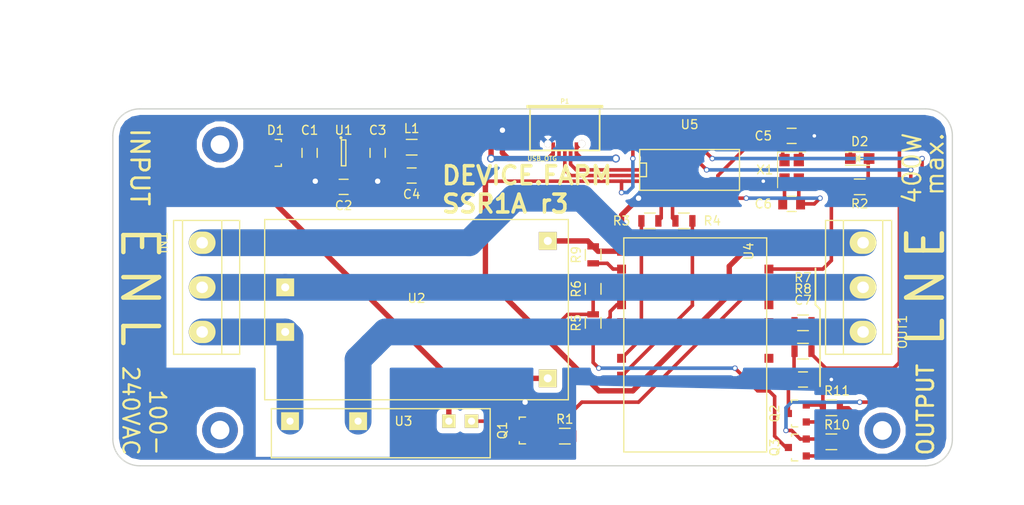
<source format=kicad_pcb>
(kicad_pcb (version 4) (host pcbnew 4.0.6-e0-6349~53~ubuntu16.04.1)

  (general
    (links 74)
    (no_connects 0)
    (area 90.924999 69.924999 185.075001 110.075001)
    (thickness 1.6)
    (drawings 34)
    (tracks 274)
    (zones 0)
    (modules 33)
    (nets 34)
  )

  (page A4)
  (layers
    (0 F.Cu signal)
    (31 B.Cu signal)
    (32 B.Adhes user)
    (33 F.Adhes user)
    (34 B.Paste user)
    (35 F.Paste user)
    (36 B.SilkS user)
    (37 F.SilkS user)
    (38 B.Mask user)
    (39 F.Mask user)
    (40 Dwgs.User user)
    (41 Cmts.User user)
    (42 Eco1.User user)
    (43 Eco2.User user)
    (44 Edge.Cuts user)
    (45 Margin user)
    (46 B.CrtYd user)
    (47 F.CrtYd user)
    (48 B.Fab user hide)
    (49 F.Fab user hide)
  )

  (setup
    (last_trace_width 0.4)
    (user_trace_width 0.6)
    (user_trace_width 3)
    (trace_clearance 0.2)
    (zone_clearance 0.6)
    (zone_45_only yes)
    (trace_min 0.2)
    (segment_width 0.2)
    (edge_width 0.15)
    (via_size 0.6)
    (via_drill 0.4)
    (via_min_size 0.4)
    (via_min_drill 0.3)
    (user_via 0.9 0.6)
    (user_via 3 1)
    (user_via 4 2.1)
    (uvia_size 0.3)
    (uvia_drill 0.1)
    (uvias_allowed no)
    (uvia_min_size 0.2)
    (uvia_min_drill 0.1)
    (pcb_text_width 0.3)
    (pcb_text_size 1.5 1.5)
    (mod_edge_width 0.15)
    (mod_text_size 1 1)
    (mod_text_width 0.15)
    (pad_size 1.524 1.524)
    (pad_drill 0.762)
    (pad_to_mask_clearance 0.2)
    (aux_axis_origin 138 90)
    (visible_elements FFFFEF7F)
    (pcbplotparams
      (layerselection 0x00030_ffffffff)
      (usegerberextensions false)
      (excludeedgelayer true)
      (linewidth 0.100000)
      (plotframeref false)
      (viasonmask false)
      (mode 1)
      (useauxorigin false)
      (hpglpennumber 1)
      (hpglpenspeed 20)
      (hpglpendiameter 15)
      (hpglpenoverlay 2)
      (psnegative false)
      (psa4output false)
      (plotreference true)
      (plotvalue true)
      (plotinvisibletext false)
      (padsonsilk false)
      (subtractmaskfromsilk false)
      (outputformat 1)
      (mirror false)
      (drillshape 1)
      (scaleselection 1)
      (outputdirectory ""))
  )

  (net 0 "")
  (net 1 GND)
  (net 2 /5V-MAINS)
  (net 3 "Net-(Q1-Pad1)")
  (net 4 "Net-(Q1-Pad3)")
  (net 5 /SW)
  (net 6 /MAINS-N)
  (net 7 "Net-(C2-Pad1)")
  (net 8 "Net-(Q2-Pad1)")
  (net 9 "Net-(Q3-Pad1)")
  (net 10 "Net-(R3-Pad2)")
  (net 11 "Net-(C5-Pad1)")
  (net 12 "Net-(C6-Pad1)")
  (net 13 "Net-(D2-Pad2)")
  (net 14 /LED)
  (net 15 "Net-(R4-Pad2)")
  (net 16 /ESP/5V)
  (net 17 VCC)
  (net 18 /ESP/RESET)
  (net 19 /ESP/5V-USB)
  (net 20 /MAINS-E)
  (net 21 /MAINS-L-I)
  (net 22 /MAINS-L-O)
  (net 23 /ESP/D-)
  (net 24 /ESP/D+)
  (net 25 /ESP/RTS)
  (net 26 /ESP/DTR)
  (net 27 /ESP/GPIO0)
  (net 28 /ESP/RX)
  (net 29 /ESP/TX)
  (net 30 /ESP/GPIO2)
  (net 31 /ESP/EN)
  (net 32 /ESP/GPIO15)
  (net 33 "Net-(C3-Pad1)")

  (net_class Default "This is the default net class."
    (clearance 0.2)
    (trace_width 0.4)
    (via_dia 0.6)
    (via_drill 0.4)
    (uvia_dia 0.3)
    (uvia_drill 0.1)
    (add_net /5V-MAINS)
    (add_net /ESP/5V)
    (add_net /ESP/5V-USB)
    (add_net /ESP/D+)
    (add_net /ESP/D-)
    (add_net /ESP/DTR)
    (add_net /ESP/EN)
    (add_net /ESP/GPIO0)
    (add_net /ESP/GPIO15)
    (add_net /ESP/GPIO2)
    (add_net /ESP/RESET)
    (add_net /ESP/RTS)
    (add_net /ESP/RX)
    (add_net /ESP/TX)
    (add_net /LED)
    (add_net /MAINS-E)
    (add_net /MAINS-L-I)
    (add_net /MAINS-L-O)
    (add_net /MAINS-N)
    (add_net /SW)
    (add_net GND)
    (add_net "Net-(C2-Pad1)")
    (add_net "Net-(C3-Pad1)")
    (add_net "Net-(C5-Pad1)")
    (add_net "Net-(C6-Pad1)")
    (add_net "Net-(D2-Pad2)")
    (add_net "Net-(Q1-Pad1)")
    (add_net "Net-(Q1-Pad3)")
    (add_net "Net-(Q2-Pad1)")
    (add_net "Net-(Q3-Pad1)")
    (add_net "Net-(R3-Pad2)")
    (add_net "Net-(R4-Pad2)")
    (add_net VCC)
  )

  (module Capacitors_SMD:C_0805 (layer F.Cu) (tedit 577E6DC3) (tstamp 5761722E)
    (at 113.03 74.93 270)
    (descr "Capacitor SMD 0805, reflow soldering, AVX (see smccp.pdf)")
    (tags "capacitor 0805")
    (path /5777AEFB/5777B242)
    (attr smd)
    (fp_text reference C1 (at -2.54 0 360) (layer F.SilkS)
      (effects (font (size 1 1) (thickness 0.15)))
    )
    (fp_text value 1u (at 0 2.1 270) (layer F.Fab)
      (effects (font (size 1 1) (thickness 0.15)))
    )
    (fp_line (start -1.8 -1) (end 1.8 -1) (layer F.CrtYd) (width 0.05))
    (fp_line (start -1.8 1) (end 1.8 1) (layer F.CrtYd) (width 0.05))
    (fp_line (start -1.8 -1) (end -1.8 1) (layer F.CrtYd) (width 0.05))
    (fp_line (start 1.8 -1) (end 1.8 1) (layer F.CrtYd) (width 0.05))
    (fp_line (start 0.5 -0.85) (end -0.5 -0.85) (layer F.SilkS) (width 0.15))
    (fp_line (start -0.5 0.85) (end 0.5 0.85) (layer F.SilkS) (width 0.15))
    (pad 1 smd rect (at -1 0 270) (size 1 1.25) (layers F.Cu F.Paste F.Mask)
      (net 16 /ESP/5V))
    (pad 2 smd rect (at 1 0 270) (size 1 1.25) (layers F.Cu F.Paste F.Mask)
      (net 1 GND))
    (model Capacitors_SMD.3dshapes/C_0805.wrl
      (at (xyz 0 0 0))
      (scale (xyz 1 1 1))
      (rotate (xyz 0 0 0))
    )
  )

  (module Capacitors_SMD:C_0805 (layer F.Cu) (tedit 577E6DCF) (tstamp 57617234)
    (at 120.65 74.93 270)
    (descr "Capacitor SMD 0805, reflow soldering, AVX (see smccp.pdf)")
    (tags "capacitor 0805")
    (path /5777AEFB/5777B248)
    (attr smd)
    (fp_text reference C3 (at -2.54 0 360) (layer F.SilkS)
      (effects (font (size 1 1) (thickness 0.15)))
    )
    (fp_text value 47u (at 0 2.1 270) (layer F.Fab)
      (effects (font (size 1 1) (thickness 0.15)))
    )
    (fp_line (start -1.8 -1) (end 1.8 -1) (layer F.CrtYd) (width 0.05))
    (fp_line (start -1.8 1) (end 1.8 1) (layer F.CrtYd) (width 0.05))
    (fp_line (start -1.8 -1) (end -1.8 1) (layer F.CrtYd) (width 0.05))
    (fp_line (start 1.8 -1) (end 1.8 1) (layer F.CrtYd) (width 0.05))
    (fp_line (start 0.5 -0.85) (end -0.5 -0.85) (layer F.SilkS) (width 0.15))
    (fp_line (start -0.5 0.85) (end 0.5 0.85) (layer F.SilkS) (width 0.15))
    (pad 1 smd rect (at -1 0 270) (size 1 1.25) (layers F.Cu F.Paste F.Mask)
      (net 33 "Net-(C3-Pad1)"))
    (pad 2 smd rect (at 1 0 270) (size 1 1.25) (layers F.Cu F.Paste F.Mask)
      (net 1 GND))
    (model Capacitors_SMD.3dshapes/C_0805.wrl
      (at (xyz 0 0 0))
      (scale (xyz 1 1 1))
      (rotate (xyz 0 0 0))
    )
  )

  (module Capacitors_SMD:C_0805 (layer F.Cu) (tedit 5415D6EA) (tstamp 5761723A)
    (at 116.84 78.74 180)
    (descr "Capacitor SMD 0805, reflow soldering, AVX (see smccp.pdf)")
    (tags "capacitor 0805")
    (path /5777AEFB/5777B243)
    (attr smd)
    (fp_text reference C2 (at 0 -2.1 180) (layer F.SilkS)
      (effects (font (size 1 1) (thickness 0.15)))
    )
    (fp_text value 22n (at 0 2.1 180) (layer F.Fab)
      (effects (font (size 1 1) (thickness 0.15)))
    )
    (fp_line (start -1.8 -1) (end 1.8 -1) (layer F.CrtYd) (width 0.05))
    (fp_line (start -1.8 1) (end 1.8 1) (layer F.CrtYd) (width 0.05))
    (fp_line (start -1.8 -1) (end -1.8 1) (layer F.CrtYd) (width 0.05))
    (fp_line (start 1.8 -1) (end 1.8 1) (layer F.CrtYd) (width 0.05))
    (fp_line (start 0.5 -0.85) (end -0.5 -0.85) (layer F.SilkS) (width 0.15))
    (fp_line (start -0.5 0.85) (end 0.5 0.85) (layer F.SilkS) (width 0.15))
    (pad 1 smd rect (at -1 0 180) (size 1 1.25) (layers F.Cu F.Paste F.Mask)
      (net 7 "Net-(C2-Pad1)"))
    (pad 2 smd rect (at 1 0 180) (size 1 1.25) (layers F.Cu F.Paste F.Mask)
      (net 1 GND))
    (model Capacitors_SMD.3dshapes/C_0805.wrl
      (at (xyz 0 0 0))
      (scale (xyz 1 1 1))
      (rotate (xyz 0 0 0))
    )
  )

  (module TO_SOT_Packages_SMD:SOT-23 (layer F.Cu) (tedit 579133DD) (tstamp 57617241)
    (at 109.22 74.93 270)
    (descr "SOT-23, Standard")
    (tags SOT-23)
    (path /5777AEFB/579135F5)
    (attr smd)
    (fp_text reference D1 (at -2.54 0 360) (layer F.SilkS)
      (effects (font (size 1 1) (thickness 0.15)))
    )
    (fp_text value BAT54C (at 0 2.3 270) (layer F.Fab)
      (effects (font (size 1 1) (thickness 0.15)))
    )
    (fp_line (start -1.65 -1.6) (end 1.65 -1.6) (layer F.CrtYd) (width 0.05))
    (fp_line (start 1.65 -1.6) (end 1.65 1.6) (layer F.CrtYd) (width 0.05))
    (fp_line (start 1.65 1.6) (end -1.65 1.6) (layer F.CrtYd) (width 0.05))
    (fp_line (start -1.65 1.6) (end -1.65 -1.6) (layer F.CrtYd) (width 0.05))
    (fp_line (start 1.29916 -0.65024) (end 1.2509 -0.65024) (layer F.SilkS) (width 0.15))
    (fp_line (start -1.49982 0.0508) (end -1.49982 -0.65024) (layer F.SilkS) (width 0.15))
    (fp_line (start -1.49982 -0.65024) (end -1.2509 -0.65024) (layer F.SilkS) (width 0.15))
    (fp_line (start 1.29916 -0.65024) (end 1.49982 -0.65024) (layer F.SilkS) (width 0.15))
    (fp_line (start 1.49982 -0.65024) (end 1.49982 0.0508) (layer F.SilkS) (width 0.15))
    (pad 1 smd rect (at -0.95 1.00076 270) (size 0.8001 0.8001) (layers F.Cu F.Paste F.Mask)
      (net 19 /ESP/5V-USB))
    (pad 2 smd rect (at 0.95 1.00076 270) (size 0.8001 0.8001) (layers F.Cu F.Paste F.Mask)
      (net 2 /5V-MAINS))
    (pad 3 smd rect (at 0 -0.99822 270) (size 0.8001 0.8001) (layers F.Cu F.Paste F.Mask)
      (net 16 /ESP/5V))
    (model TO_SOT_Packages_SMD.3dshapes/SOT-23.wrl
      (at (xyz 0 0 0))
      (scale (xyz 1 1 1))
      (rotate (xyz 0 0 0))
    )
  )

  (module TO_SOT_Packages_SMD:SOT-23 (layer F.Cu) (tedit 577E6E5D) (tstamp 57617248)
    (at 137.16 106.045 90)
    (descr "SOT-23, Standard")
    (tags SOT-23)
    (path /57616111)
    (attr smd)
    (fp_text reference Q1 (at 0 -2.54 270) (layer F.SilkS)
      (effects (font (size 1 1) (thickness 0.15)))
    )
    (fp_text value MMBT3904 (at 0 2.3 90) (layer F.Fab)
      (effects (font (size 1 1) (thickness 0.15)))
    )
    (fp_line (start -1.65 -1.6) (end 1.65 -1.6) (layer F.CrtYd) (width 0.05))
    (fp_line (start 1.65 -1.6) (end 1.65 1.6) (layer F.CrtYd) (width 0.05))
    (fp_line (start 1.65 1.6) (end -1.65 1.6) (layer F.CrtYd) (width 0.05))
    (fp_line (start -1.65 1.6) (end -1.65 -1.6) (layer F.CrtYd) (width 0.05))
    (fp_line (start 1.29916 -0.65024) (end 1.2509 -0.65024) (layer F.SilkS) (width 0.15))
    (fp_line (start -1.49982 0.0508) (end -1.49982 -0.65024) (layer F.SilkS) (width 0.15))
    (fp_line (start -1.49982 -0.65024) (end -1.2509 -0.65024) (layer F.SilkS) (width 0.15))
    (fp_line (start 1.29916 -0.65024) (end 1.49982 -0.65024) (layer F.SilkS) (width 0.15))
    (fp_line (start 1.49982 -0.65024) (end 1.49982 0.0508) (layer F.SilkS) (width 0.15))
    (pad 1 smd rect (at -0.95 1.00076 90) (size 0.8001 0.8001) (layers F.Cu F.Paste F.Mask)
      (net 3 "Net-(Q1-Pad1)"))
    (pad 2 smd rect (at 0.95 1.00076 90) (size 0.8001 0.8001) (layers F.Cu F.Paste F.Mask)
      (net 1 GND))
    (pad 3 smd rect (at 0 -0.99822 90) (size 0.8001 0.8001) (layers F.Cu F.Paste F.Mask)
      (net 4 "Net-(Q1-Pad3)"))
    (model TO_SOT_Packages_SMD.3dshapes/SOT-23.wrl
      (at (xyz 0 0 0))
      (scale (xyz 1 1 1))
      (rotate (xyz 0 0 0))
    )
  )

  (module Resistors_SMD:R_0805 (layer F.Cu) (tedit 577E6DF5) (tstamp 5761724E)
    (at 141.605 106.68)
    (descr "Resistor SMD 0805, reflow soldering, Vishay (see dcrcw.pdf)")
    (tags "resistor 0805")
    (path /5761638C)
    (attr smd)
    (fp_text reference R1 (at 0 -1.905) (layer F.SilkS)
      (effects (font (size 1 1) (thickness 0.15)))
    )
    (fp_text value 1k5 (at 0 2.1) (layer F.Fab)
      (effects (font (size 1 1) (thickness 0.15)))
    )
    (fp_line (start -1.6 -1) (end 1.6 -1) (layer F.CrtYd) (width 0.05))
    (fp_line (start -1.6 1) (end 1.6 1) (layer F.CrtYd) (width 0.05))
    (fp_line (start -1.6 -1) (end -1.6 1) (layer F.CrtYd) (width 0.05))
    (fp_line (start 1.6 -1) (end 1.6 1) (layer F.CrtYd) (width 0.05))
    (fp_line (start 0.6 0.875) (end -0.6 0.875) (layer F.SilkS) (width 0.15))
    (fp_line (start -0.6 -0.875) (end 0.6 -0.875) (layer F.SilkS) (width 0.15))
    (pad 1 smd rect (at -0.95 0) (size 0.7 1.3) (layers F.Cu F.Paste F.Mask)
      (net 3 "Net-(Q1-Pad1)"))
    (pad 2 smd rect (at 0.95 0) (size 0.7 1.3) (layers F.Cu F.Paste F.Mask)
      (net 5 /SW))
    (model Resistors_SMD.3dshapes/R_0805.wrl
      (at (xyz 0 0 0))
      (scale (xyz 1 1 1))
      (rotate (xyz 0 0 0))
    )
  )

  (module SMD_Packages:SO-16-N (layer F.Cu) (tedit 579133F1) (tstamp 57617B5A)
    (at 155.575 76.835)
    (descr "Module CMS SOJ 16 pins large")
    (tags "CMS SOJ")
    (path /5777AEFB/5777B24A)
    (attr smd)
    (fp_text reference U5 (at 0 -5.08) (layer F.SilkS)
      (effects (font (size 1 1) (thickness 0.15)))
    )
    (fp_text value CH340G (at 0 1.27) (layer F.Fab)
      (effects (font (size 1 1) (thickness 0.15)))
    )
    (fp_line (start -5.588 -0.762) (end -4.826 -0.762) (layer F.SilkS) (width 0.15))
    (fp_line (start -4.826 -0.762) (end -4.826 0.762) (layer F.SilkS) (width 0.15))
    (fp_line (start -4.826 0.762) (end -5.588 0.762) (layer F.SilkS) (width 0.15))
    (fp_line (start 5.588 -2.286) (end 5.588 2.286) (layer F.SilkS) (width 0.15))
    (fp_line (start 5.588 2.286) (end -5.588 2.286) (layer F.SilkS) (width 0.15))
    (fp_line (start -5.588 2.286) (end -5.588 -2.286) (layer F.SilkS) (width 0.15))
    (fp_line (start -5.588 -2.286) (end 5.588 -2.286) (layer F.SilkS) (width 0.15))
    (pad 16 smd rect (at -4.445 -3.175) (size 0.508 1.143) (layers F.Cu F.Paste F.Mask)
      (net 17 VCC))
    (pad 14 smd rect (at -1.905 -3.175) (size 0.508 1.143) (layers F.Cu F.Paste F.Mask)
      (net 25 /ESP/RTS))
    (pad 13 smd rect (at -0.635 -3.175) (size 0.508 1.143) (layers F.Cu F.Paste F.Mask)
      (net 26 /ESP/DTR))
    (pad 12 smd rect (at 0.635 -3.175) (size 0.508 1.143) (layers F.Cu F.Paste F.Mask))
    (pad 11 smd rect (at 1.905 -3.175) (size 0.508 1.143) (layers F.Cu F.Paste F.Mask))
    (pad 10 smd rect (at 3.175 -3.175) (size 0.508 1.143) (layers F.Cu F.Paste F.Mask))
    (pad 9 smd rect (at 4.445 -3.175) (size 0.508 1.143) (layers F.Cu F.Paste F.Mask))
    (pad 8 smd rect (at 4.445 3.175) (size 0.508 1.143) (layers F.Cu F.Paste F.Mask)
      (net 12 "Net-(C6-Pad1)"))
    (pad 7 smd rect (at 3.175 3.175) (size 0.508 1.143) (layers F.Cu F.Paste F.Mask)
      (net 11 "Net-(C5-Pad1)"))
    (pad 6 smd rect (at 1.905 3.175) (size 0.508 1.143) (layers F.Cu F.Paste F.Mask)
      (net 23 /ESP/D-))
    (pad 5 smd rect (at 0.635 3.175) (size 0.508 1.143) (layers F.Cu F.Paste F.Mask)
      (net 24 /ESP/D+))
    (pad 4 smd rect (at -0.635 3.175) (size 0.508 1.143) (layers F.Cu F.Paste F.Mask)
      (net 17 VCC))
    (pad 3 smd rect (at -1.905 3.175) (size 0.508 1.143) (layers F.Cu F.Paste F.Mask)
      (net 15 "Net-(R4-Pad2)"))
    (pad 2 smd rect (at -3.175 3.175) (size 0.508 1.143) (layers F.Cu F.Paste F.Mask)
      (net 10 "Net-(R3-Pad2)"))
    (pad 1 smd rect (at -4.445 3.175) (size 0.508 1.143) (layers F.Cu F.Paste F.Mask)
      (net 1 GND))
    (pad 15 smd rect (at -3.175 -3.175) (size 0.508 1.143) (layers F.Cu F.Paste F.Mask))
    (model SMD_Packages.3dshapes/SO-16-N.wrl
      (at (xyz 0 0 0))
      (scale (xyz 0.5 0.4 0.5))
      (rotate (xyz 0 0 0))
    )
  )

  (module Capacitors_SMD:C_0805 (layer F.Cu) (tedit 577E6DC9) (tstamp 5761D75E)
    (at 124.46 77.47 180)
    (descr "Capacitor SMD 0805, reflow soldering, AVX (see smccp.pdf)")
    (tags "capacitor 0805")
    (path /5777AEFB/5777B24E)
    (attr smd)
    (fp_text reference C4 (at 0 -2.1 180) (layer F.SilkS)
      (effects (font (size 1 1) (thickness 0.15)))
    )
    (fp_text value 100n (at 0 2.1 270) (layer F.Fab)
      (effects (font (size 1 1) (thickness 0.15)))
    )
    (fp_line (start -1.8 -1) (end 1.8 -1) (layer F.CrtYd) (width 0.05))
    (fp_line (start -1.8 1) (end 1.8 1) (layer F.CrtYd) (width 0.05))
    (fp_line (start -1.8 -1) (end -1.8 1) (layer F.CrtYd) (width 0.05))
    (fp_line (start 1.8 -1) (end 1.8 1) (layer F.CrtYd) (width 0.05))
    (fp_line (start 0.5 -0.85) (end -0.5 -0.85) (layer F.SilkS) (width 0.15))
    (fp_line (start -0.5 0.85) (end 0.5 0.85) (layer F.SilkS) (width 0.15))
    (pad 1 smd rect (at -1 0 180) (size 1 1.25) (layers F.Cu F.Paste F.Mask)
      (net 17 VCC))
    (pad 2 smd rect (at 1 0 180) (size 1 1.25) (layers F.Cu F.Paste F.Mask)
      (net 1 GND))
    (model Capacitors_SMD.3dshapes/C_0805.wrl
      (at (xyz 0 0 0))
      (scale (xyz 1 1 1))
      (rotate (xyz 0 0 0))
    )
  )

  (module TO_SOT_Packages_SMD:SOT-23 (layer F.Cu) (tedit 577E6E45) (tstamp 5761D765)
    (at 167.64 104.14 90)
    (descr "SOT-23, Standard")
    (tags SOT-23)
    (path /5777AEFB/5777B252)
    (attr smd)
    (fp_text reference Q2 (at 0 -2.54 90) (layer F.SilkS)
      (effects (font (size 1 1) (thickness 0.15)))
    )
    (fp_text value MMBT3904 (at 0 2.3 90) (layer F.Fab)
      (effects (font (size 1 1) (thickness 0.15)))
    )
    (fp_line (start -1.65 -1.6) (end 1.65 -1.6) (layer F.CrtYd) (width 0.05))
    (fp_line (start 1.65 -1.6) (end 1.65 1.6) (layer F.CrtYd) (width 0.05))
    (fp_line (start 1.65 1.6) (end -1.65 1.6) (layer F.CrtYd) (width 0.05))
    (fp_line (start -1.65 1.6) (end -1.65 -1.6) (layer F.CrtYd) (width 0.05))
    (fp_line (start 1.29916 -0.65024) (end 1.2509 -0.65024) (layer F.SilkS) (width 0.15))
    (fp_line (start -1.49982 0.0508) (end -1.49982 -0.65024) (layer F.SilkS) (width 0.15))
    (fp_line (start -1.49982 -0.65024) (end -1.2509 -0.65024) (layer F.SilkS) (width 0.15))
    (fp_line (start 1.29916 -0.65024) (end 1.49982 -0.65024) (layer F.SilkS) (width 0.15))
    (fp_line (start 1.49982 -0.65024) (end 1.49982 0.0508) (layer F.SilkS) (width 0.15))
    (pad 1 smd rect (at -0.95 1.00076 90) (size 0.8001 0.8001) (layers F.Cu F.Paste F.Mask)
      (net 8 "Net-(Q2-Pad1)"))
    (pad 2 smd rect (at 0.95 1.00076 90) (size 0.8001 0.8001) (layers F.Cu F.Paste F.Mask)
      (net 25 /ESP/RTS))
    (pad 3 smd rect (at 0 -0.99822 90) (size 0.8001 0.8001) (layers F.Cu F.Paste F.Mask)
      (net 18 /ESP/RESET))
    (model TO_SOT_Packages_SMD.3dshapes/SOT-23.wrl
      (at (xyz 0 0 0))
      (scale (xyz 1 1 1))
      (rotate (xyz 0 0 0))
    )
  )

  (module TO_SOT_Packages_SMD:SOT-23 (layer F.Cu) (tedit 577E6E47) (tstamp 5761D76C)
    (at 167.64 107.95 90)
    (descr "SOT-23, Standard")
    (tags SOT-23)
    (path /5777AEFB/5777B253)
    (attr smd)
    (fp_text reference Q3 (at 0 -2.54 90) (layer F.SilkS)
      (effects (font (size 1 1) (thickness 0.15)))
    )
    (fp_text value MMBT3904 (at 0 2.3 90) (layer F.Fab)
      (effects (font (size 1 1) (thickness 0.15)))
    )
    (fp_line (start -1.65 -1.6) (end 1.65 -1.6) (layer F.CrtYd) (width 0.05))
    (fp_line (start 1.65 -1.6) (end 1.65 1.6) (layer F.CrtYd) (width 0.05))
    (fp_line (start 1.65 1.6) (end -1.65 1.6) (layer F.CrtYd) (width 0.05))
    (fp_line (start -1.65 1.6) (end -1.65 -1.6) (layer F.CrtYd) (width 0.05))
    (fp_line (start 1.29916 -0.65024) (end 1.2509 -0.65024) (layer F.SilkS) (width 0.15))
    (fp_line (start -1.49982 0.0508) (end -1.49982 -0.65024) (layer F.SilkS) (width 0.15))
    (fp_line (start -1.49982 -0.65024) (end -1.2509 -0.65024) (layer F.SilkS) (width 0.15))
    (fp_line (start 1.29916 -0.65024) (end 1.49982 -0.65024) (layer F.SilkS) (width 0.15))
    (fp_line (start 1.49982 -0.65024) (end 1.49982 0.0508) (layer F.SilkS) (width 0.15))
    (pad 1 smd rect (at -0.95 1.00076 90) (size 0.8001 0.8001) (layers F.Cu F.Paste F.Mask)
      (net 9 "Net-(Q3-Pad1)"))
    (pad 2 smd rect (at 0.95 1.00076 90) (size 0.8001 0.8001) (layers F.Cu F.Paste F.Mask)
      (net 26 /ESP/DTR))
    (pad 3 smd rect (at 0 -0.99822 90) (size 0.8001 0.8001) (layers F.Cu F.Paste F.Mask)
      (net 27 /ESP/GPIO0))
    (model TO_SOT_Packages_SMD.3dshapes/SOT-23.wrl
      (at (xyz 0 0 0))
      (scale (xyz 1 1 1))
      (rotate (xyz 0 0 0))
    )
  )

  (module Resistors_SMD:R_0805 (layer F.Cu) (tedit 577E6E24) (tstamp 5761D772)
    (at 174.625 78.74)
    (descr "Resistor SMD 0805, reflow soldering, Vishay (see dcrcw.pdf)")
    (tags "resistor 0805")
    (path /5762449B)
    (attr smd)
    (fp_text reference R2 (at 0 1.905) (layer F.SilkS)
      (effects (font (size 1 1) (thickness 0.15)))
    )
    (fp_text value 270R (at 0 2.1) (layer F.Fab)
      (effects (font (size 1 1) (thickness 0.15)))
    )
    (fp_line (start -1.6 -1) (end 1.6 -1) (layer F.CrtYd) (width 0.05))
    (fp_line (start -1.6 1) (end 1.6 1) (layer F.CrtYd) (width 0.05))
    (fp_line (start -1.6 -1) (end -1.6 1) (layer F.CrtYd) (width 0.05))
    (fp_line (start 1.6 -1) (end 1.6 1) (layer F.CrtYd) (width 0.05))
    (fp_line (start 0.6 0.875) (end -0.6 0.875) (layer F.SilkS) (width 0.15))
    (fp_line (start -0.6 -0.875) (end 0.6 -0.875) (layer F.SilkS) (width 0.15))
    (pad 1 smd rect (at -0.95 0) (size 0.7 1.3) (layers F.Cu F.Paste F.Mask)
      (net 14 /LED))
    (pad 2 smd rect (at 0.95 0) (size 0.7 1.3) (layers F.Cu F.Paste F.Mask)
      (net 13 "Net-(D2-Pad2)"))
    (model Resistors_SMD.3dshapes/R_0805.wrl
      (at (xyz 0 0 0))
      (scale (xyz 1 1 1))
      (rotate (xyz 0 0 0))
    )
  )

  (module Resistors_SMD:R_0805 (layer F.Cu) (tedit 577E6E12) (tstamp 5761D778)
    (at 151.13 82.55)
    (descr "Resistor SMD 0805, reflow soldering, Vishay (see dcrcw.pdf)")
    (tags "resistor 0805")
    (path /5777AEFB/5777B250)
    (attr smd)
    (fp_text reference R3 (at -3.175 0) (layer F.SilkS)
      (effects (font (size 1 1) (thickness 0.15)))
    )
    (fp_text value 1k5 (at 0 2.1) (layer F.Fab)
      (effects (font (size 1 1) (thickness 0.15)))
    )
    (fp_line (start -1.6 -1) (end 1.6 -1) (layer F.CrtYd) (width 0.05))
    (fp_line (start -1.6 1) (end 1.6 1) (layer F.CrtYd) (width 0.05))
    (fp_line (start -1.6 -1) (end -1.6 1) (layer F.CrtYd) (width 0.05))
    (fp_line (start 1.6 -1) (end 1.6 1) (layer F.CrtYd) (width 0.05))
    (fp_line (start 0.6 0.875) (end -0.6 0.875) (layer F.SilkS) (width 0.15))
    (fp_line (start -0.6 -0.875) (end 0.6 -0.875) (layer F.SilkS) (width 0.15))
    (pad 1 smd rect (at -0.95 0) (size 0.7 1.3) (layers F.Cu F.Paste F.Mask)
      (net 28 /ESP/RX))
    (pad 2 smd rect (at 0.95 0) (size 0.7 1.3) (layers F.Cu F.Paste F.Mask)
      (net 10 "Net-(R3-Pad2)"))
    (model Resistors_SMD.3dshapes/R_0805.wrl
      (at (xyz 0 0 0))
      (scale (xyz 1 1 1))
      (rotate (xyz 0 0 0))
    )
  )

  (module Resistors_SMD:R_0805 (layer F.Cu) (tedit 577E6E15) (tstamp 5761D77E)
    (at 154.94 82.55 180)
    (descr "Resistor SMD 0805, reflow soldering, Vishay (see dcrcw.pdf)")
    (tags "resistor 0805")
    (path /5777AEFB/5777B251)
    (attr smd)
    (fp_text reference R4 (at -3.175 0 180) (layer F.SilkS)
      (effects (font (size 1 1) (thickness 0.15)))
    )
    (fp_text value 1k5 (at 0 2.1 180) (layer F.Fab)
      (effects (font (size 1 1) (thickness 0.15)))
    )
    (fp_line (start -1.6 -1) (end 1.6 -1) (layer F.CrtYd) (width 0.05))
    (fp_line (start -1.6 1) (end 1.6 1) (layer F.CrtYd) (width 0.05))
    (fp_line (start -1.6 -1) (end -1.6 1) (layer F.CrtYd) (width 0.05))
    (fp_line (start 1.6 -1) (end 1.6 1) (layer F.CrtYd) (width 0.05))
    (fp_line (start 0.6 0.875) (end -0.6 0.875) (layer F.SilkS) (width 0.15))
    (fp_line (start -0.6 -0.875) (end 0.6 -0.875) (layer F.SilkS) (width 0.15))
    (pad 1 smd rect (at -0.95 0 180) (size 0.7 1.3) (layers F.Cu F.Paste F.Mask)
      (net 29 /ESP/TX))
    (pad 2 smd rect (at 0.95 0 180) (size 0.7 1.3) (layers F.Cu F.Paste F.Mask)
      (net 15 "Net-(R4-Pad2)"))
    (model Resistors_SMD.3dshapes/R_0805.wrl
      (at (xyz 0 0 0))
      (scale (xyz 1 1 1))
      (rotate (xyz 0 0 0))
    )
  )

  (module Resistors_SMD:R_0805 (layer F.Cu) (tedit 577E6DF0) (tstamp 5761D784)
    (at 144.78 93.98 90)
    (descr "Resistor SMD 0805, reflow soldering, Vishay (see dcrcw.pdf)")
    (tags "resistor 0805")
    (path /5777AEFB/5777B25B)
    (attr smd)
    (fp_text reference R5 (at 0 -1.905 90) (layer F.SilkS)
      (effects (font (size 1 1) (thickness 0.15)))
    )
    (fp_text value 10k (at 0 2.1 90) (layer F.Fab)
      (effects (font (size 1 1) (thickness 0.15)))
    )
    (fp_line (start -1.6 -1) (end 1.6 -1) (layer F.CrtYd) (width 0.05))
    (fp_line (start -1.6 1) (end 1.6 1) (layer F.CrtYd) (width 0.05))
    (fp_line (start -1.6 -1) (end -1.6 1) (layer F.CrtYd) (width 0.05))
    (fp_line (start 1.6 -1) (end 1.6 1) (layer F.CrtYd) (width 0.05))
    (fp_line (start 0.6 0.875) (end -0.6 0.875) (layer F.SilkS) (width 0.15))
    (fp_line (start -0.6 -0.875) (end 0.6 -0.875) (layer F.SilkS) (width 0.15))
    (pad 1 smd rect (at -0.95 0 90) (size 0.7 1.3) (layers F.Cu F.Paste F.Mask)
      (net 27 /ESP/GPIO0))
    (pad 2 smd rect (at 0.95 0 90) (size 0.7 1.3) (layers F.Cu F.Paste F.Mask)
      (net 17 VCC))
    (model Resistors_SMD.3dshapes/R_0805.wrl
      (at (xyz 0 0 0))
      (scale (xyz 1 1 1))
      (rotate (xyz 0 0 0))
    )
  )

  (module Capacitors_SMD:C_0805 (layer F.Cu) (tedit 577E6EF3) (tstamp 5761E189)
    (at 167.005 73.025)
    (descr "Capacitor SMD 0805, reflow soldering, AVX (see smccp.pdf)")
    (tags "capacitor 0805")
    (path /5777AEFB/5777B258)
    (attr smd)
    (fp_text reference C5 (at -3.175 0) (layer F.SilkS)
      (effects (font (size 1 1) (thickness 0.15)))
    )
    (fp_text value 22p (at 0 2.1) (layer F.Fab)
      (effects (font (size 1 1) (thickness 0.15)))
    )
    (fp_line (start -1.8 -1) (end 1.8 -1) (layer F.CrtYd) (width 0.05))
    (fp_line (start -1.8 1) (end 1.8 1) (layer F.CrtYd) (width 0.05))
    (fp_line (start -1.8 -1) (end -1.8 1) (layer F.CrtYd) (width 0.05))
    (fp_line (start 1.8 -1) (end 1.8 1) (layer F.CrtYd) (width 0.05))
    (fp_line (start 0.5 -0.85) (end -0.5 -0.85) (layer F.SilkS) (width 0.15))
    (fp_line (start -0.5 0.85) (end 0.5 0.85) (layer F.SilkS) (width 0.15))
    (pad 1 smd rect (at -1 0) (size 1 1.25) (layers F.Cu F.Paste F.Mask)
      (net 11 "Net-(C5-Pad1)"))
    (pad 2 smd rect (at 1 0) (size 1 1.25) (layers F.Cu F.Paste F.Mask)
      (net 1 GND))
    (model Capacitors_SMD.3dshapes/C_0805.wrl
      (at (xyz 0 0 0))
      (scale (xyz 1 1 1))
      (rotate (xyz 0 0 0))
    )
  )

  (module Capacitors_SMD:C_0805 (layer F.Cu) (tedit 577E6EF9) (tstamp 5761E18F)
    (at 167.005 80.645 180)
    (descr "Capacitor SMD 0805, reflow soldering, AVX (see smccp.pdf)")
    (tags "capacitor 0805")
    (path /5777AEFB/5777B259)
    (attr smd)
    (fp_text reference C6 (at 3.175 0 180) (layer F.SilkS)
      (effects (font (size 1 1) (thickness 0.15)))
    )
    (fp_text value 22p (at 0 2.1 180) (layer F.Fab)
      (effects (font (size 1 1) (thickness 0.15)))
    )
    (fp_line (start -1.8 -1) (end 1.8 -1) (layer F.CrtYd) (width 0.05))
    (fp_line (start -1.8 1) (end 1.8 1) (layer F.CrtYd) (width 0.05))
    (fp_line (start -1.8 -1) (end -1.8 1) (layer F.CrtYd) (width 0.05))
    (fp_line (start 1.8 -1) (end 1.8 1) (layer F.CrtYd) (width 0.05))
    (fp_line (start 0.5 -0.85) (end -0.5 -0.85) (layer F.SilkS) (width 0.15))
    (fp_line (start -0.5 0.85) (end 0.5 0.85) (layer F.SilkS) (width 0.15))
    (pad 1 smd rect (at -1 0 180) (size 1 1.25) (layers F.Cu F.Paste F.Mask)
      (net 12 "Net-(C6-Pad1)"))
    (pad 2 smd rect (at 1 0 180) (size 1 1.25) (layers F.Cu F.Paste F.Mask)
      (net 1 GND))
    (model Capacitors_SMD.3dshapes/C_0805.wrl
      (at (xyz 0 0 0))
      (scale (xyz 1 1 1))
      (rotate (xyz 0 0 0))
    )
  )

  (module Capacitors_SMD:C_0805 (layer F.Cu) (tedit 577E6E3A) (tstamp 5761E195)
    (at 168.275 100.33 180)
    (descr "Capacitor SMD 0805, reflow soldering, AVX (see smccp.pdf)")
    (tags "capacitor 0805")
    (path /5777AEFB/5777B261)
    (attr smd)
    (fp_text reference C7 (at 0 8.89 180) (layer F.SilkS)
      (effects (font (size 1 1) (thickness 0.15)))
    )
    (fp_text value 100n (at 0 2.1 180) (layer F.Fab)
      (effects (font (size 1 1) (thickness 0.15)))
    )
    (fp_line (start -1.8 -1) (end 1.8 -1) (layer F.CrtYd) (width 0.05))
    (fp_line (start -1.8 1) (end 1.8 1) (layer F.CrtYd) (width 0.05))
    (fp_line (start -1.8 -1) (end -1.8 1) (layer F.CrtYd) (width 0.05))
    (fp_line (start 1.8 -1) (end 1.8 1) (layer F.CrtYd) (width 0.05))
    (fp_line (start 0.5 -0.85) (end -0.5 -0.85) (layer F.SilkS) (width 0.15))
    (fp_line (start -0.5 0.85) (end 0.5 0.85) (layer F.SilkS) (width 0.15))
    (pad 1 smd rect (at -1 0 180) (size 1 1.25) (layers F.Cu F.Paste F.Mask)
      (net 1 GND))
    (pad 2 smd rect (at 1 0 180) (size 1 1.25) (layers F.Cu F.Paste F.Mask)
      (net 18 /ESP/RESET))
    (model Capacitors_SMD.3dshapes/C_0805.wrl
      (at (xyz 0 0 0))
      (scale (xyz 1 1 1))
      (rotate (xyz 0 0 0))
    )
  )

  (module LEDs:LED_0805 (layer F.Cu) (tedit 577E6E26) (tstamp 5761E19B)
    (at 174.625 75.565)
    (descr "LED 0805 smd package")
    (tags "LED 0805 SMD")
    (path /57624710)
    (attr smd)
    (fp_text reference D2 (at 0 -1.905) (layer F.SilkS)
      (effects (font (size 1 1) (thickness 0.15)))
    )
    (fp_text value LED (at 0 1.75) (layer F.Fab)
      (effects (font (size 1 1) (thickness 0.15)))
    )
    (fp_line (start -1.6 0.75) (end 1.1 0.75) (layer F.SilkS) (width 0.15))
    (fp_line (start -1.6 -0.75) (end 1.1 -0.75) (layer F.SilkS) (width 0.15))
    (fp_line (start -0.1 0.15) (end -0.1 -0.1) (layer F.SilkS) (width 0.15))
    (fp_line (start -0.1 -0.1) (end -0.25 0.05) (layer F.SilkS) (width 0.15))
    (fp_line (start -0.35 -0.35) (end -0.35 0.35) (layer F.SilkS) (width 0.15))
    (fp_line (start 0 0) (end 0.35 0) (layer F.SilkS) (width 0.15))
    (fp_line (start -0.35 0) (end 0 -0.35) (layer F.SilkS) (width 0.15))
    (fp_line (start 0 -0.35) (end 0 0.35) (layer F.SilkS) (width 0.15))
    (fp_line (start 0 0.35) (end -0.35 0) (layer F.SilkS) (width 0.15))
    (fp_line (start 1.9 -0.95) (end 1.9 0.95) (layer F.CrtYd) (width 0.05))
    (fp_line (start 1.9 0.95) (end -1.9 0.95) (layer F.CrtYd) (width 0.05))
    (fp_line (start -1.9 0.95) (end -1.9 -0.95) (layer F.CrtYd) (width 0.05))
    (fp_line (start -1.9 -0.95) (end 1.9 -0.95) (layer F.CrtYd) (width 0.05))
    (pad 2 smd rect (at 1.04902 0 180) (size 1.19888 1.19888) (layers F.Cu F.Paste F.Mask)
      (net 13 "Net-(D2-Pad2)"))
    (pad 1 smd rect (at -1.04902 0 180) (size 1.19888 1.19888) (layers F.Cu F.Paste F.Mask)
      (net 1 GND))
    (model LEDs.3dshapes/LED_0805.wrl
      (at (xyz 0 0 0))
      (scale (xyz 1 1 1))
      (rotate (xyz 0 0 0))
    )
  )

  (module Resistors_SMD:R_0805 (layer F.Cu) (tedit 577E6DEE) (tstamp 5761E1B0)
    (at 144.78 90.17 270)
    (descr "Resistor SMD 0805, reflow soldering, Vishay (see dcrcw.pdf)")
    (tags "resistor 0805")
    (path /5777AEFB/5777B25C)
    (attr smd)
    (fp_text reference R6 (at 0 1.905 270) (layer F.SilkS)
      (effects (font (size 1 1) (thickness 0.15)))
    )
    (fp_text value 10k (at 0 2.1 270) (layer F.Fab)
      (effects (font (size 1 1) (thickness 0.15)))
    )
    (fp_line (start -1.6 -1) (end 1.6 -1) (layer F.CrtYd) (width 0.05))
    (fp_line (start -1.6 1) (end 1.6 1) (layer F.CrtYd) (width 0.05))
    (fp_line (start -1.6 -1) (end -1.6 1) (layer F.CrtYd) (width 0.05))
    (fp_line (start 1.6 -1) (end 1.6 1) (layer F.CrtYd) (width 0.05))
    (fp_line (start 0.6 0.875) (end -0.6 0.875) (layer F.SilkS) (width 0.15))
    (fp_line (start -0.6 -0.875) (end 0.6 -0.875) (layer F.SilkS) (width 0.15))
    (pad 1 smd rect (at -0.95 0 270) (size 0.7 1.3) (layers F.Cu F.Paste F.Mask)
      (net 30 /ESP/GPIO2))
    (pad 2 smd rect (at 0.95 0 270) (size 0.7 1.3) (layers F.Cu F.Paste F.Mask)
      (net 17 VCC))
    (model Resistors_SMD.3dshapes/R_0805.wrl
      (at (xyz 0 0 0))
      (scale (xyz 1 1 1))
      (rotate (xyz 0 0 0))
    )
  )

  (module Resistors_SMD:R_0805 (layer F.Cu) (tedit 577E6E3D) (tstamp 5761E1B6)
    (at 168.275 93.98)
    (descr "Resistor SMD 0805, reflow soldering, Vishay (see dcrcw.pdf)")
    (tags "resistor 0805")
    (path /5777AEFB/5777B25D)
    (attr smd)
    (fp_text reference R7 (at 0 -5.08) (layer F.SilkS)
      (effects (font (size 1 1) (thickness 0.15)))
    )
    (fp_text value 10k (at 0 2.1) (layer F.Fab)
      (effects (font (size 1 1) (thickness 0.15)))
    )
    (fp_line (start -1.6 -1) (end 1.6 -1) (layer F.CrtYd) (width 0.05))
    (fp_line (start -1.6 1) (end 1.6 1) (layer F.CrtYd) (width 0.05))
    (fp_line (start -1.6 -1) (end -1.6 1) (layer F.CrtYd) (width 0.05))
    (fp_line (start 1.6 -1) (end 1.6 1) (layer F.CrtYd) (width 0.05))
    (fp_line (start 0.6 0.875) (end -0.6 0.875) (layer F.SilkS) (width 0.15))
    (fp_line (start -0.6 -0.875) (end 0.6 -0.875) (layer F.SilkS) (width 0.15))
    (pad 1 smd rect (at -0.95 0) (size 0.7 1.3) (layers F.Cu F.Paste F.Mask)
      (net 31 /ESP/EN))
    (pad 2 smd rect (at 0.95 0) (size 0.7 1.3) (layers F.Cu F.Paste F.Mask)
      (net 17 VCC))
    (model Resistors_SMD.3dshapes/R_0805.wrl
      (at (xyz 0 0 0))
      (scale (xyz 1 1 1))
      (rotate (xyz 0 0 0))
    )
  )

  (module Resistors_SMD:R_0805 (layer F.Cu) (tedit 577E6E31) (tstamp 5761E1BC)
    (at 168.275 97.155)
    (descr "Resistor SMD 0805, reflow soldering, Vishay (see dcrcw.pdf)")
    (tags "resistor 0805")
    (path /5777AEFB/5777B25E)
    (attr smd)
    (fp_text reference R8 (at 0 -6.985) (layer F.SilkS)
      (effects (font (size 1 1) (thickness 0.15)))
    )
    (fp_text value 10k (at 0 2.1) (layer F.Fab)
      (effects (font (size 1 1) (thickness 0.15)))
    )
    (fp_line (start -1.6 -1) (end 1.6 -1) (layer F.CrtYd) (width 0.05))
    (fp_line (start -1.6 1) (end 1.6 1) (layer F.CrtYd) (width 0.05))
    (fp_line (start -1.6 -1) (end -1.6 1) (layer F.CrtYd) (width 0.05))
    (fp_line (start 1.6 -1) (end 1.6 1) (layer F.CrtYd) (width 0.05))
    (fp_line (start 0.6 0.875) (end -0.6 0.875) (layer F.SilkS) (width 0.15))
    (fp_line (start -0.6 -0.875) (end 0.6 -0.875) (layer F.SilkS) (width 0.15))
    (pad 1 smd rect (at -0.95 0) (size 0.7 1.3) (layers F.Cu F.Paste F.Mask)
      (net 18 /ESP/RESET))
    (pad 2 smd rect (at 0.95 0) (size 0.7 1.3) (layers F.Cu F.Paste F.Mask)
      (net 17 VCC))
    (model Resistors_SMD.3dshapes/R_0805.wrl
      (at (xyz 0 0 0))
      (scale (xyz 1 1 1))
      (rotate (xyz 0 0 0))
    )
  )

  (module Resistors_SMD:R_0805 (layer F.Cu) (tedit 577E6DF1) (tstamp 5761E1C2)
    (at 144.78 86.36 90)
    (descr "Resistor SMD 0805, reflow soldering, Vishay (see dcrcw.pdf)")
    (tags "resistor 0805")
    (path /5777AEFB/5777B25F)
    (attr smd)
    (fp_text reference R9 (at 0 -1.905 90) (layer F.SilkS)
      (effects (font (size 1 1) (thickness 0.15)))
    )
    (fp_text value 10k (at 0 2.1 90) (layer F.Fab)
      (effects (font (size 1 1) (thickness 0.15)))
    )
    (fp_line (start -1.6 -1) (end 1.6 -1) (layer F.CrtYd) (width 0.05))
    (fp_line (start -1.6 1) (end 1.6 1) (layer F.CrtYd) (width 0.05))
    (fp_line (start -1.6 -1) (end -1.6 1) (layer F.CrtYd) (width 0.05))
    (fp_line (start 1.6 -1) (end 1.6 1) (layer F.CrtYd) (width 0.05))
    (fp_line (start 0.6 0.875) (end -0.6 0.875) (layer F.SilkS) (width 0.15))
    (fp_line (start -0.6 -0.875) (end 0.6 -0.875) (layer F.SilkS) (width 0.15))
    (pad 1 smd rect (at -0.95 0 90) (size 0.7 1.3) (layers F.Cu F.Paste F.Mask)
      (net 32 /ESP/GPIO15))
    (pad 2 smd rect (at 0.95 0 90) (size 0.7 1.3) (layers F.Cu F.Paste F.Mask)
      (net 1 GND))
    (model Resistors_SMD.3dshapes/R_0805.wrl
      (at (xyz 0 0 0))
      (scale (xyz 1 1 1))
      (rotate (xyz 0 0 0))
    )
  )

  (module Resistors_SMD:R_0805 (layer F.Cu) (tedit 577E6EC4) (tstamp 5761E1C8)
    (at 171.45 107.315)
    (descr "Resistor SMD 0805, reflow soldering, Vishay (see dcrcw.pdf)")
    (tags "resistor 0805")
    (path /5777AEFB/5777B254)
    (attr smd)
    (fp_text reference R10 (at 0.635 -1.905) (layer F.SilkS)
      (effects (font (size 1 1) (thickness 0.15)))
    )
    (fp_text value 10k (at 0 2.1) (layer F.Fab)
      (effects (font (size 1 1) (thickness 0.15)))
    )
    (fp_line (start -1.6 -1) (end 1.6 -1) (layer F.CrtYd) (width 0.05))
    (fp_line (start -1.6 1) (end 1.6 1) (layer F.CrtYd) (width 0.05))
    (fp_line (start -1.6 -1) (end -1.6 1) (layer F.CrtYd) (width 0.05))
    (fp_line (start 1.6 -1) (end 1.6 1) (layer F.CrtYd) (width 0.05))
    (fp_line (start 0.6 0.875) (end -0.6 0.875) (layer F.SilkS) (width 0.15))
    (fp_line (start -0.6 -0.875) (end 0.6 -0.875) (layer F.SilkS) (width 0.15))
    (pad 1 smd rect (at -0.95 0) (size 0.7 1.3) (layers F.Cu F.Paste F.Mask)
      (net 26 /ESP/DTR))
    (pad 2 smd rect (at 0.95 0) (size 0.7 1.3) (layers F.Cu F.Paste F.Mask)
      (net 8 "Net-(Q2-Pad1)"))
    (model Resistors_SMD.3dshapes/R_0805.wrl
      (at (xyz 0 0 0))
      (scale (xyz 1 1 1))
      (rotate (xyz 0 0 0))
    )
  )

  (module Resistors_SMD:R_0805 (layer F.Cu) (tedit 577E6EC2) (tstamp 5761E1CE)
    (at 171.45 103.505 180)
    (descr "Resistor SMD 0805, reflow soldering, Vishay (see dcrcw.pdf)")
    (tags "resistor 0805")
    (path /5777AEFB/5777B255)
    (attr smd)
    (fp_text reference R11 (at -0.635 1.905 180) (layer F.SilkS)
      (effects (font (size 1 1) (thickness 0.15)))
    )
    (fp_text value 10k (at 0 2.1 180) (layer F.Fab)
      (effects (font (size 1 1) (thickness 0.15)))
    )
    (fp_line (start -1.6 -1) (end 1.6 -1) (layer F.CrtYd) (width 0.05))
    (fp_line (start -1.6 1) (end 1.6 1) (layer F.CrtYd) (width 0.05))
    (fp_line (start -1.6 -1) (end -1.6 1) (layer F.CrtYd) (width 0.05))
    (fp_line (start 1.6 -1) (end 1.6 1) (layer F.CrtYd) (width 0.05))
    (fp_line (start 0.6 0.875) (end -0.6 0.875) (layer F.SilkS) (width 0.15))
    (fp_line (start -0.6 -0.875) (end 0.6 -0.875) (layer F.SilkS) (width 0.15))
    (pad 1 smd rect (at -0.95 0 180) (size 0.7 1.3) (layers F.Cu F.Paste F.Mask)
      (net 9 "Net-(Q3-Pad1)"))
    (pad 2 smd rect (at 0.95 0 180) (size 0.7 1.3) (layers F.Cu F.Paste F.Mask)
      (net 25 /ESP/RTS))
    (model Resistors_SMD.3dshapes/R_0805.wrl
      (at (xyz 0 0 0))
      (scale (xyz 1 1 1))
      (rotate (xyz 0 0 0))
    )
  )

  (module TO_SOT_Packages_SMD:SOT-23-5 (layer F.Cu) (tedit 577E6DBE) (tstamp 5761E578)
    (at 116.84 74.93)
    (descr "5-pin SOT23 package")
    (tags SOT-23-5)
    (path /5777AEFB/5777B246)
    (attr smd)
    (fp_text reference U1 (at 0 -2.54) (layer F.SilkS)
      (effects (font (size 1 1) (thickness 0.15)))
    )
    (fp_text value RT9193 (at -0.05 2.35) (layer F.Fab)
      (effects (font (size 1 1) (thickness 0.15)))
    )
    (fp_line (start -1.8 -1.6) (end 1.8 -1.6) (layer F.CrtYd) (width 0.05))
    (fp_line (start 1.8 -1.6) (end 1.8 1.6) (layer F.CrtYd) (width 0.05))
    (fp_line (start 1.8 1.6) (end -1.8 1.6) (layer F.CrtYd) (width 0.05))
    (fp_line (start -1.8 1.6) (end -1.8 -1.6) (layer F.CrtYd) (width 0.05))
    (fp_circle (center -0.3 -1.7) (end -0.2 -1.7) (layer F.SilkS) (width 0.15))
    (fp_line (start 0.25 -1.45) (end -0.25 -1.45) (layer F.SilkS) (width 0.15))
    (fp_line (start 0.25 1.45) (end 0.25 -1.45) (layer F.SilkS) (width 0.15))
    (fp_line (start -0.25 1.45) (end 0.25 1.45) (layer F.SilkS) (width 0.15))
    (fp_line (start -0.25 -1.45) (end -0.25 1.45) (layer F.SilkS) (width 0.15))
    (pad 1 smd rect (at -1.1 -0.95) (size 1.06 0.65) (layers F.Cu F.Paste F.Mask)
      (net 16 /ESP/5V))
    (pad 2 smd rect (at -1.1 0) (size 1.06 0.65) (layers F.Cu F.Paste F.Mask)
      (net 1 GND))
    (pad 3 smd rect (at -1.1 0.95) (size 1.06 0.65) (layers F.Cu F.Paste F.Mask)
      (net 16 /ESP/5V))
    (pad 4 smd rect (at 1.1 0.95) (size 1.06 0.65) (layers F.Cu F.Paste F.Mask)
      (net 7 "Net-(C2-Pad1)"))
    (pad 5 smd rect (at 1.1 -0.95) (size 1.06 0.65) (layers F.Cu F.Paste F.Mask)
      (net 33 "Net-(C3-Pad1)"))
    (model TO_SOT_Packages_SMD.3dshapes/SOT-23-5.wrl
      (at (xyz 0 0 0))
      (scale (xyz 1 1 1))
      (rotate (xyz 0 0 0))
    )
  )

  (module Resistors_SMD:R_0805 (layer F.Cu) (tedit 5415CDEB) (tstamp 577D6D1A)
    (at 124.46 74.295)
    (descr "Resistor SMD 0805, reflow soldering, Vishay (see dcrcw.pdf)")
    (tags "resistor 0805")
    (path /5777AEFB/577D6F12)
    (attr smd)
    (fp_text reference L1 (at 0 -2.1) (layer F.SilkS)
      (effects (font (size 1 1) (thickness 0.15)))
    )
    (fp_text value "Ferrite bead" (at 0 2.1) (layer F.Fab)
      (effects (font (size 1 1) (thickness 0.15)))
    )
    (fp_line (start -1.6 -1) (end 1.6 -1) (layer F.CrtYd) (width 0.05))
    (fp_line (start -1.6 1) (end 1.6 1) (layer F.CrtYd) (width 0.05))
    (fp_line (start -1.6 -1) (end -1.6 1) (layer F.CrtYd) (width 0.05))
    (fp_line (start 1.6 -1) (end 1.6 1) (layer F.CrtYd) (width 0.05))
    (fp_line (start 0.6 0.875) (end -0.6 0.875) (layer F.SilkS) (width 0.15))
    (fp_line (start -0.6 -0.875) (end 0.6 -0.875) (layer F.SilkS) (width 0.15))
    (pad 1 smd rect (at -0.95 0) (size 0.7 1.3) (layers F.Cu F.Paste F.Mask)
      (net 33 "Net-(C3-Pad1)"))
    (pad 2 smd rect (at 0.95 0) (size 0.7 1.3) (layers F.Cu F.Paste F.Mask)
      (net 17 VCC))
    (model Resistors_SMD.3dshapes/R_0805.wrl
      (at (xyz 0 0 0))
      (scale (xyz 1 1 1))
      (rotate (xyz 0 0 0))
    )
  )

  (module device.farm:conn_usb_B_micro_smd-2 (layer F.Cu) (tedit 58F8EDC4) (tstamp 5761EA4C)
    (at 141.605 71.755 180)
    (descr "USB B micro SMD connector with retention pins")
    (path /5777AEFB/5777B24C)
    (fp_text reference P1 (at 0 2.60096 180) (layer F.SilkS)
      (effects (font (size 0.50038 0.50038) (thickness 0.09906)))
    )
    (fp_text value USB_OTG (at 2.54 -3.81 180) (layer F.SilkS)
      (effects (font (size 0.50038 0.50038) (thickness 0.09906)))
    )
    (fp_line (start -4.20116 1.99898) (end 4.20116 1.99898) (layer F.SilkS) (width 0.20066))
    (fp_line (start -4.20116 2.10058) (end 4.20116 2.10058) (layer F.SilkS) (width 0.20066))
    (fp_line (start 4.20116 2.10058) (end 4.20116 1.89992) (layer F.SilkS) (width 0.20066))
    (fp_line (start 4.20116 1.89992) (end -4.20116 1.89992) (layer F.SilkS) (width 0.20066))
    (fp_line (start -4.20116 1.89992) (end -4.20116 2.10058) (layer F.SilkS) (width 0.20066))
    (fp_line (start -3.8989 2.10058) (end -3.8989 -2.90068) (layer F.SilkS) (width 0.20066))
    (fp_line (start -3.8989 -2.90068) (end 3.8989 -2.90068) (layer F.SilkS) (width 0.20066))
    (fp_line (start 3.8989 -2.90068) (end 3.8989 2.10058) (layer F.SilkS) (width 0.20066))
    (pad 6 smd rect (at -1.19888 0 180) (size 1.89738 1.89738) (layers F.Cu F.Paste F.Mask)
      (net 1 GND))
    (pad 6 smd rect (at 1.19888 0 180) (size 1.89738 1.89738) (layers F.Cu F.Paste F.Mask)
      (net 1 GND))
    (pad 6 smd rect (at 3.9497 0 180) (size 1.89738 1.89738) (layers F.Cu F.Paste F.Mask)
      (net 1 GND))
    (pad 6 smd rect (at -3.9497 0 180) (size 1.89738 1.89738) (layers F.Cu F.Paste F.Mask)
      (net 1 GND))
    (pad 1 smd rect (at -1.30048 -3 180) (size 0.39878 2) (layers F.Cu F.Paste F.Mask)
      (net 19 /ESP/5V-USB))
    (pad 2 smd rect (at -0.6477 -3 180) (size 0.39878 2) (layers F.Cu F.Paste F.Mask)
      (net 23 /ESP/D-))
    (pad 3 smd rect (at 0 -3 180) (size 0.39878 2) (layers F.Cu F.Paste F.Mask)
      (net 24 /ESP/D+))
    (pad 4 smd rect (at 0.6477 -3 180) (size 0.39878 2) (layers F.Cu F.Paste F.Mask))
    (pad 5 smd rect (at 1.30048 -3 180) (size 0.39878 2) (layers F.Cu F.Paste F.Mask)
      (net 1 GND))
    (pad 5 thru_hole circle (at 1.89738 -2.1463 180) (size 0.79756 0.79756) (drill 0.79756) (layers *.Cu *.Mask F.SilkS)
      (net 1 GND))
    (pad 1 thru_hole circle (at -1.89992 -2.14884 180) (size 0.79756 0.79756) (drill 0.79756) (layers *.Cu *.Mask F.SilkS)
      (net 19 /ESP/5V-USB))
    (model ${DF}/conn_usb_B_micro_smd-2.wrl
      (at (xyz 0 0 0))
      (scale (xyz 1 1 1))
      (rotate (xyz 0 0 0))
    )
  )

  (module device.farm:DG301-5.0-03 (layer F.Cu) (tedit 5777CDDC) (tstamp 57780A82)
    (at 101 85 270)
    (path /57784F54)
    (fp_text reference IN1 (at 0 4.4 270) (layer F.SilkS)
      (effects (font (size 1 1) (thickness 0.15)))
    )
    (fp_text value CONN_01X03 (at 0 -5.4 270) (layer F.Fab)
      (effects (font (size 1 1) (thickness 0.15)))
    )
    (fp_line (start -2.5 2.2) (end 12.5 2.2) (layer F.SilkS) (width 0.15))
    (fp_line (start -2.5 -2.2) (end 12.5 -2.2) (layer F.SilkS) (width 0.15))
    (fp_line (start -2.5 3.2) (end -2.5 -4.2) (layer F.SilkS) (width 0.15))
    (fp_line (start 12.5 3.2) (end -2.5 3.2) (layer F.SilkS) (width 0.15))
    (fp_line (start 12.5 -4.2) (end 12.5 3.2) (layer F.SilkS) (width 0.15))
    (fp_line (start -2.5 -4.2) (end 12.5 -4.2) (layer F.SilkS) (width 0.15))
    (pad 1 thru_hole oval (at 0 0 270) (size 2.5 3) (drill 1.3) (layers *.Cu *.Mask F.SilkS)
      (net 20 /MAINS-E))
    (pad 2 thru_hole oval (at 5 0 270) (size 2.5 3) (drill 1.3) (layers *.Cu *.Mask F.SilkS)
      (net 6 /MAINS-N))
    (pad 3 thru_hole oval (at 10 0 270) (size 2.5 3) (drill 1.3) (layers *.Cu *.Mask F.SilkS)
      (net 21 /MAINS-L-I))
    (model ${DF}/DG301-5.0-03.wrl
      (at (xyz 0 0 0))
      (scale (xyz 0.3937 0.3937 0.3937))
      (rotate (xyz 0 0 0))
    )
  )

  (module device.farm:DG301-5.0-03 locked (layer F.Cu) (tedit 5777CDDC) (tstamp 57780A8E)
    (at 175 95 90)
    (path /577855CA)
    (fp_text reference OUT1 (at 0 4.4 90) (layer F.SilkS)
      (effects (font (size 1 1) (thickness 0.15)))
    )
    (fp_text value CONN_01X03 (at 0 -5.4 90) (layer F.Fab)
      (effects (font (size 1 1) (thickness 0.15)))
    )
    (fp_line (start -2.5 2.2) (end 12.5 2.2) (layer F.SilkS) (width 0.15))
    (fp_line (start -2.5 -2.2) (end 12.5 -2.2) (layer F.SilkS) (width 0.15))
    (fp_line (start -2.5 3.2) (end -2.5 -4.2) (layer F.SilkS) (width 0.15))
    (fp_line (start 12.5 3.2) (end -2.5 3.2) (layer F.SilkS) (width 0.15))
    (fp_line (start 12.5 -4.2) (end 12.5 3.2) (layer F.SilkS) (width 0.15))
    (fp_line (start -2.5 -4.2) (end 12.5 -4.2) (layer F.SilkS) (width 0.15))
    (pad 1 thru_hole oval (at 0 0 90) (size 2.5 3) (drill 1.3) (layers *.Cu *.Mask F.SilkS)
      (net 22 /MAINS-L-O))
    (pad 2 thru_hole oval (at 5 0 90) (size 2.5 3) (drill 1.3) (layers *.Cu *.Mask F.SilkS)
      (net 6 /MAINS-N))
    (pad 3 thru_hole oval (at 10 0 90) (size 2.5 3) (drill 1.3) (layers *.Cu *.Mask F.SilkS)
      (net 20 /MAINS-E))
    (model ${DF}/DG301-5.0-03.wrl
      (at (xyz 0 0 0))
      (scale (xyz 0.3937 0.3937 0.3937))
      (rotate (xyz 0 0 0))
    )
  )

  (module device.farm:HLK-PM01 locked (layer F.Cu) (tedit 57613DFE) (tstamp 5761E589)
    (at 125 92.5)
    (path /5777AEFB/5777B23B)
    (fp_text reference U2 (at 0 -1.27) (layer F.SilkS)
      (effects (font (size 1 1) (thickness 0.15)))
    )
    (fp_text value HLK-PM01 (at 0 1.524) (layer F.Fab)
      (effects (font (size 1 1) (thickness 0.15)))
    )
    (fp_line (start -17 10.1) (end -17 -10.1) (layer F.SilkS) (width 0.15))
    (fp_line (start 17 10.1) (end -17 10.1) (layer F.SilkS) (width 0.15))
    (fp_line (start 17 -10.1) (end 17 10.1) (layer F.SilkS) (width 0.15))
    (fp_line (start -17 -10.1) (end 17 -10.1) (layer F.SilkS) (width 0.15))
    (pad 1 thru_hole rect (at -14.7 -2.5) (size 2 2) (drill 0.9) (layers *.Cu *.Mask F.SilkS)
      (net 6 /MAINS-N))
    (pad 2 thru_hole rect (at -14.7 2.5) (size 2 2) (drill 0.9) (layers *.Cu *.Mask F.SilkS)
      (net 21 /MAINS-L-I))
    (pad 3 thru_hole rect (at 14.7 -7.7) (size 2 2) (drill 0.9) (layers *.Cu *.Mask F.SilkS)
      (net 1 GND))
    (pad 4 thru_hole rect (at 14.7 7.7) (size 2 2) (drill 0.9) (layers *.Cu *.Mask F.SilkS)
      (net 2 /5V-MAINS))
    (model ${DF}/HLK-PM01.wrl
      (at (xyz 0 0 0))
      (scale (xyz 0.3937 0.3937 0.3937))
      (rotate (xyz 0 0 0))
    )
  )

  (module device.farm:G3MB-SSR (layer F.Cu) (tedit 58F8E3FD) (tstamp 5761E594)
    (at 121 105 180)
    (path /5761559C)
    (fp_text reference U3 (at -2.54 0 180) (layer F.SilkS)
      (effects (font (size 1 1) (thickness 0.15)))
    )
    (fp_text value G3MB-SSR (at 0 -2.54 180) (layer F.Fab)
      (effects (font (size 1 1) (thickness 0.15)))
    )
    (fp_line (start -12.25 -4.1) (end -12.25 1.4) (layer F.SilkS) (width 0.15))
    (fp_line (start 12.25 -4.1) (end -12.25 -4.1) (layer F.SilkS) (width 0.15))
    (fp_line (start 12.25 1.4) (end 12.25 -4.1) (layer F.SilkS) (width 0.15))
    (fp_line (start -12.25 1.4) (end 12.25 1.4) (layer F.SilkS) (width 0.15))
    (pad 4 thru_hole rect (at -10.16 0 180) (size 1.5 1.5) (drill 0.8) (layers *.Cu *.Mask F.SilkS)
      (net 4 "Net-(Q1-Pad3)"))
    (pad 3 thru_hole rect (at -7.62 0 180) (size 1.5 1.5) (drill 0.8) (layers *.Cu *.Mask F.SilkS)
      (net 2 /5V-MAINS))
    (pad 2 thru_hole rect (at 2.54 0 180) (size 2 2) (drill 0.8) (layers *.Cu *.Mask F.SilkS)
      (net 22 /MAINS-L-O))
    (pad 1 thru_hole rect (at 10.16 0 180) (size 2 2) (drill 0.8) (layers *.Cu *.Mask F.SilkS)
      (net 21 /MAINS-L-I))
    (model ${DF}/G3MB-SSR.wrl
      (at (xyz 0 0.053149 0))
      (scale (xyz 0.3937 0.3937 0.3937))
      (rotate (xyz 0 0 0))
    )
  )

  (module device.farm:ESP-12 (layer F.Cu) (tedit 57936040) (tstamp 5761E59F)
    (at 156.21 84.455 180)
    (path /5777AEFB/5777B23A)
    (fp_text reference U4 (at -6 -1.5 270) (layer F.SilkS)
      (effects (font (size 1 1) (thickness 0.15)))
    )
    (fp_text value ESP-12 (at 0 -20 180) (layer F.Fab)
      (effects (font (size 1 1) (thickness 0.15)))
    )
    (fp_line (start 8 -24) (end 8 0) (layer F.SilkS) (width 0.15))
    (fp_line (start -8 -24) (end 8 -24) (layer F.SilkS) (width 0.15))
    (fp_line (start -8 0) (end -8 -24) (layer F.SilkS) (width 0.15))
    (fp_line (start 8 0) (end -8 0) (layer F.SilkS) (width 0.15))
    (pad 1 smd rect (at -8.25 -15.5 180) (size 1 1) (layers F.Cu F.Paste F.Mask)
      (net 18 /ESP/RESET))
    (pad 2 smd rect (at -8.25 -13.5 180) (size 1 1) (layers F.Cu F.Paste F.Mask))
    (pad 3 smd rect (at -8.25 -11.5 180) (size 1 1) (layers F.Cu F.Paste F.Mask)
      (net 31 /ESP/EN))
    (pad 4 smd rect (at -8.25 -9.5 180) (size 1 1) (layers F.Cu F.Paste F.Mask))
    (pad 5 smd rect (at -8.25 -7.5 180) (size 1 1) (layers F.Cu F.Paste F.Mask))
    (pad 6 smd rect (at -8.25 -5.5 180) (size 1 1) (layers F.Cu F.Paste F.Mask)
      (net 5 /SW))
    (pad 7 smd rect (at -8.25 -3.5 180) (size 1 1) (layers F.Cu F.Paste F.Mask)
      (net 14 /LED))
    (pad 8 smd rect (at -8.25 -1.5 180) (size 1 1) (layers F.Cu F.Paste F.Mask)
      (net 17 VCC))
    (pad 9 smd rect (at 8.25 -1.5 180) (size 1 1) (layers F.Cu F.Paste F.Mask)
      (net 1 GND))
    (pad 10 smd rect (at 8.25 -3.5 180) (size 1 1) (layers F.Cu F.Paste F.Mask)
      (net 32 /ESP/GPIO15))
    (pad 11 smd rect (at 8.25 -5.5 180) (size 1 1) (layers F.Cu F.Paste F.Mask)
      (net 30 /ESP/GPIO2))
    (pad 12 smd rect (at 8.25 -7.5 180) (size 1 1) (layers F.Cu F.Paste F.Mask)
      (net 27 /ESP/GPIO0))
    (pad 13 smd rect (at 8.25 -9.5 180) (size 1 1) (layers F.Cu F.Paste F.Mask))
    (pad 14 smd rect (at 8.25 -11.5 180) (size 1 1) (layers F.Cu F.Paste F.Mask))
    (pad 15 smd rect (at 8.25 -13.5 180) (size 1 1) (layers F.Cu F.Paste F.Mask)
      (net 28 /ESP/RX))
    (pad 16 smd rect (at 8.25 -15.5 180) (size 1 1) (layers F.Cu F.Paste F.Mask)
      (net 29 /ESP/TX))
    (model ${DF}/ESP-12F.wrl
      (at (xyz 0 0 0))
      (scale (xyz 0.3937 0.3937 0.3937))
      (rotate (xyz 0 0 -90))
    )
  )

  (module Crystals:Crystal_SMD_SeikoEpson_TSX3225-4pin_3.2x2.5mm (layer F.Cu) (tedit 5873B462) (tstamp 58F9563D)
    (at 167.005 76.835 270)
    (descr "crystal Epson Toyocom TSX-3225 series http://www.mouser.com/ds/2/137/1721499-465440.pdf, 3.2x2.5mm^2 package")
    (tags "SMD SMT crystal")
    (path /5777AEFB/58F95DE2)
    (attr smd)
    (fp_text reference X1 (at 0 3.005 360) (layer F.SilkS)
      (effects (font (size 1 1) (thickness 0.15)))
    )
    (fp_text value 12MHz (at 0 2.45 270) (layer F.Fab)
      (effects (font (size 1 1) (thickness 0.15)))
    )
    (fp_line (start -1.5 -1.25) (end 1.5 -1.25) (layer F.Fab) (width 0.1))
    (fp_line (start 1.5 -1.25) (end 1.6 -1.15) (layer F.Fab) (width 0.1))
    (fp_line (start 1.6 -1.15) (end 1.6 1.15) (layer F.Fab) (width 0.1))
    (fp_line (start 1.6 1.15) (end 1.5 1.25) (layer F.Fab) (width 0.1))
    (fp_line (start 1.5 1.25) (end -1.5 1.25) (layer F.Fab) (width 0.1))
    (fp_line (start -1.5 1.25) (end -1.6 1.15) (layer F.Fab) (width 0.1))
    (fp_line (start -1.6 1.15) (end -1.6 -1.15) (layer F.Fab) (width 0.1))
    (fp_line (start -1.6 -1.15) (end -1.5 -1.25) (layer F.Fab) (width 0.1))
    (fp_line (start -1.6 0.25) (end -0.6 1.25) (layer F.Fab) (width 0.1))
    (fp_line (start -2 -1.575) (end -2 1.575) (layer F.SilkS) (width 0.12))
    (fp_line (start -2 1.575) (end 2 1.575) (layer F.SilkS) (width 0.12))
    (fp_line (start -2.1 -1.7) (end -2.1 1.7) (layer F.CrtYd) (width 0.05))
    (fp_line (start -2.1 1.7) (end 2.1 1.7) (layer F.CrtYd) (width 0.05))
    (fp_line (start 2.1 1.7) (end 2.1 -1.7) (layer F.CrtYd) (width 0.05))
    (fp_line (start 2.1 -1.7) (end -2.1 -1.7) (layer F.CrtYd) (width 0.05))
    (pad 1 smd rect (at -1.1 0.8 270) (size 1.4 1.15) (layers F.Cu F.Mask)
      (net 11 "Net-(C5-Pad1)"))
    (pad 2 smd rect (at 1.1 0.8 270) (size 1.4 1.15) (layers F.Cu F.Mask)
      (net 1 GND))
    (pad 3 smd rect (at 1.1 -0.8 270) (size 1.4 1.15) (layers F.Cu F.Mask)
      (net 12 "Net-(C6-Pad1)"))
    (pad 4 smd rect (at -1.1 -0.8 270) (size 1.4 1.15) (layers F.Cu F.Mask)
      (net 1 GND))
    (model Crystals.3dshapes/Crystal_SMD_SeikoEpson_TSX3225-4pin_3.2x2.5mm.wrl
      (at (xyz 0 0 0))
      (scale (xyz 0.24 0.24 0.24))
      (rotate (xyz 0 0 0))
    )
  )

  (gr_arc (start 94 107) (end 94 110) (angle 90) (layer Edge.Cuts) (width 0.15))
  (gr_arc (start 182 107) (end 185 107) (angle 90) (layer Edge.Cuts) (width 0.15))
  (gr_arc (start 182 73) (end 182 70) (angle 90) (layer Edge.Cuts) (width 0.15))
  (gr_arc (start 94 73) (end 91 73) (angle 90) (layer Edge.Cuts) (width 0.15))
  (dimension 5.08 (width 0.3) (layer Dwgs.User)
    (gr_text "5,080 mm" (at 167.005 115.015) (layer Dwgs.User)
      (effects (font (size 1.5 1.5) (thickness 0.3)))
    )
    (feature1 (pts (xy 169.545 108.585) (xy 169.545 116.365)))
    (feature2 (pts (xy 164.465 108.585) (xy 164.465 116.365)))
    (crossbar (pts (xy 164.465 113.665) (xy 169.545 113.665)))
    (arrow1a (pts (xy 169.545 113.665) (xy 168.418496 114.251421)))
    (arrow1b (pts (xy 169.545 113.665) (xy 168.418496 113.078579)))
    (arrow2a (pts (xy 164.465 113.665) (xy 165.591504 114.251421)))
    (arrow2b (pts (xy 164.465 113.665) (xy 165.591504 113.078579)))
  )
  (dimension 5.08 (width 0.3) (layer Dwgs.User)
    (gr_text "5,080 mm" (at 145.415 115.015) (layer Dwgs.User)
      (effects (font (size 1.5 1.5) (thickness 0.3)))
    )
    (feature1 (pts (xy 142.875 108.585) (xy 142.875 116.365)))
    (feature2 (pts (xy 147.955 108.585) (xy 147.955 116.365)))
    (crossbar (pts (xy 147.955 113.665) (xy 142.875 113.665)))
    (arrow1a (pts (xy 142.875 113.665) (xy 144.001504 113.078579)))
    (arrow1b (pts (xy 142.875 113.665) (xy 144.001504 114.251421)))
    (arrow2a (pts (xy 147.955 113.665) (xy 146.828496 113.078579)))
    (arrow2b (pts (xy 147.955 113.665) (xy 146.828496 114.251421)))
  )
  (dimension 4 (width 0.3) (layer Dwgs.User)
    (gr_text "4,000 mm" (at 84.65 108 90) (layer Dwgs.User)
      (effects (font (size 1.5 1.5) (thickness 0.3)))
    )
    (feature1 (pts (xy 106 106) (xy 83.3 106)))
    (feature2 (pts (xy 106 110) (xy 83.3 110)))
    (crossbar (pts (xy 86 110) (xy 86 106)))
    (arrow1a (pts (xy 86 106) (xy 86.586421 107.126504)))
    (arrow1b (pts (xy 86 106) (xy 85.413579 107.126504)))
    (arrow2a (pts (xy 86 110) (xy 86.586421 108.873496)))
    (arrow2b (pts (xy 86 110) (xy 85.413579 108.873496)))
  )
  (dimension 4 (width 0.3) (layer Dwgs.User)
    (gr_text "4,000 mm" (at 84.65 72 270) (layer Dwgs.User)
      (effects (font (size 1.5 1.5) (thickness 0.3)))
    )
    (feature1 (pts (xy 106 74) (xy 83.3 74)))
    (feature2 (pts (xy 106 70) (xy 83.3 70)))
    (crossbar (pts (xy 86 70) (xy 86 74)))
    (arrow1a (pts (xy 86 74) (xy 85.413579 72.873496)))
    (arrow1b (pts (xy 86 74) (xy 86.586421 72.873496)))
    (arrow2a (pts (xy 86 70) (xy 85.413579 71.126504)))
    (arrow2b (pts (xy 86 70) (xy 86.586421 71.126504)))
  )
  (gr_text "SSR1A r3" (at 127.635 80.645) (layer F.SilkS)
    (effects (font (size 2 2) (thickness 0.4)) (justify left))
  )
  (gr_text DEVICE.FARM (at 127.635 77.47) (layer F.SilkS)
    (effects (font (size 2 2) (thickness 0.4)) (justify left))
  )
  (gr_text 240VAC (at 93 109 270) (layer F.SilkS)
    (effects (font (size 1.8 1.8) (thickness 0.25)) (justify right))
  )
  (gr_text 400W (at 180.5 72.5 90) (layer F.SilkS)
    (effects (font (size 2 2) (thickness 0.25)) (justify right))
  )
  (gr_text max. (at 183 72.5 90) (layer F.SilkS)
    (effects (font (size 2 2) (thickness 0.25)) (justify right))
  )
  (gr_text OUTPUT (at 182 109 90) (layer F.SilkS)
    (effects (font (size 1.8 1.8) (thickness 0.3)) (justify left))
  )
  (gr_text E (at 182 85 90) (layer F.SilkS)
    (effects (font (size 4 4) (thickness 0.5)))
  )
  (gr_text L (at 182 95 90) (layer F.SilkS)
    (effects (font (size 4 4) (thickness 0.5)))
  )
  (gr_text N (at 182 90 90) (layer F.SilkS)
    (effects (font (size 4 4) (thickness 0.5)))
  )
  (gr_text 100- (at 96 109 270) (layer F.SilkS)
    (effects (font (size 1.8 1.8) (thickness 0.25)) (justify right))
  )
  (gr_text INPUT (at 94 72 270) (layer F.SilkS)
    (effects (font (size 2 2) (thickness 0.3)) (justify left))
  )
  (gr_text L (at 94 95 270) (layer F.SilkS)
    (effects (font (size 4 4) (thickness 0.5)))
  )
  (gr_text E (at 94 85 270) (layer F.SilkS)
    (effects (font (size 4 4) (thickness 0.5)))
  )
  (gr_text N (at 94 90 270) (layer F.SilkS)
    (effects (font (size 4 4) (thickness 0.5)))
  )
  (gr_line (start 170.18 92.456) (end 170.18 101.092) (angle 90) (layer F.SilkS) (width 0.2))
  (gr_line (start 169.672 91.948) (end 170.18 92.456) (angle 90) (layer F.SilkS) (width 0.2))
  (gr_line (start 169.672 87.884) (end 169.672 91.948) (angle 90) (layer F.SilkS) (width 0.2))
  (dimension 7 (width 0.3) (layer Dwgs.User)
    (gr_text "7,000 mm" (at 181.5 59.65) (layer Dwgs.User)
      (effects (font (size 1.5 1.5) (thickness 0.3)))
    )
    (feature1 (pts (xy 185 110) (xy 185 58.3)))
    (feature2 (pts (xy 178 110) (xy 178 58.3)))
    (crossbar (pts (xy 178 61) (xy 185 61)))
    (arrow1a (pts (xy 185 61) (xy 183.873496 61.586421)))
    (arrow1b (pts (xy 185 61) (xy 183.873496 60.413579)))
    (arrow2a (pts (xy 178 61) (xy 179.126504 61.586421)))
    (arrow2b (pts (xy 178 61) (xy 179.126504 60.413579)))
  )
  (dimension 7 (width 0.3) (layer Dwgs.User)
    (gr_text "7,000 mm" (at 94.5 59.65) (layer Dwgs.User)
      (effects (font (size 1.5 1.5) (thickness 0.3)))
    )
    (feature1 (pts (xy 91 110) (xy 91 58.3)))
    (feature2 (pts (xy 98 110) (xy 98 58.3)))
    (crossbar (pts (xy 98 61) (xy 91 61)))
    (arrow1a (pts (xy 91 61) (xy 92.126504 60.413579)))
    (arrow1b (pts (xy 91 61) (xy 92.126504 61.586421)))
    (arrow2a (pts (xy 98 61) (xy 96.873496 60.413579)))
    (arrow2b (pts (xy 98 61) (xy 96.873496 61.586421)))
  )
  (gr_line (start 94 70) (end 182 70) (angle 90) (layer Edge.Cuts) (width 0.15))
  (gr_line (start 94 110) (end 182 110) (angle 90) (layer Edge.Cuts) (width 0.15))
  (dimension 80 (width 0.3) (layer Dwgs.User)
    (gr_text "80,000 mm" (at 138 59.65) (layer Dwgs.User)
      (effects (font (size 1.5 1.5) (thickness 0.3)))
    )
    (feature1 (pts (xy 178 110) (xy 178 58.3)))
    (feature2 (pts (xy 98 110) (xy 98 58.3)))
    (crossbar (pts (xy 98 61) (xy 178 61)))
    (arrow1a (pts (xy 178 61) (xy 176.873496 61.586421)))
    (arrow1b (pts (xy 178 61) (xy 176.873496 60.413579)))
    (arrow2a (pts (xy 98 61) (xy 99.126504 61.586421)))
    (arrow2b (pts (xy 98 61) (xy 99.126504 60.413579)))
  )
  (gr_line (start 91 107) (end 91 73) (angle 90) (layer Edge.Cuts) (width 0.15))
  (gr_line (start 185 73) (end 185 107) (angle 90) (layer Edge.Cuts) (width 0.15))
  (dimension 20 (width 0.3) (layer Dwgs.User)
    (gr_text "20,000 mm" (at 190.35 100 270) (layer Dwgs.User)
      (effects (font (size 1.5 1.5) (thickness 0.3)))
    )
    (feature1 (pts (xy 100 110) (xy 191.7 110)))
    (feature2 (pts (xy 100 90) (xy 191.7 90)))
    (crossbar (pts (xy 189 90) (xy 189 110)))
    (arrow1a (pts (xy 189 110) (xy 188.413579 108.873496)))
    (arrow1b (pts (xy 189 110) (xy 189.586421 108.873496)))
    (arrow2a (pts (xy 189 90) (xy 188.413579 91.126504)))
    (arrow2b (pts (xy 189 90) (xy 189.586421 91.126504)))
  )
  (dimension 20 (width 0.3) (layer Dwgs.User)
    (gr_text "20,000 mm" (at 190.35 80 90) (layer Dwgs.User)
      (effects (font (size 1.5 1.5) (thickness 0.3)))
    )
    (feature1 (pts (xy 100 70) (xy 191.7 70)))
    (feature2 (pts (xy 100 90) (xy 191.7 90)))
    (crossbar (pts (xy 189 90) (xy 189 70)))
    (arrow1a (pts (xy 189 70) (xy 189.586421 71.126504)))
    (arrow1b (pts (xy 189 70) (xy 188.413579 71.126504)))
    (arrow2a (pts (xy 189 90) (xy 189.586421 88.873496)))
    (arrow2b (pts (xy 189 90) (xy 188.413579 88.873496)))
  )

  (via (at 177.165 106.045) (size 4) (drill 2.1) (layers F.Cu B.Cu) (net 0))
  (via (at 103 106) (size 4) (drill 2.1) (layers F.Cu B.Cu) (net 0))
  (via (at 103 74) (size 4) (drill 2.1) (layers F.Cu B.Cu) (net 0))
  (segment (start 166.205 77.935) (end 164 77.935) (width 0.4) (layer F.Cu) (net 1))
  (via (at 163.83 78.105) (size 0.6) (drill 0.4) (layers F.Cu B.Cu) (net 1))
  (segment (start 164 77.935) (end 163.83 78.105) (width 0.4) (layer F.Cu) (net 1) (tstamp 577D7051))
  (segment (start 166.205 77.935) (end 166.205 80.445) (width 0.4) (layer F.Cu) (net 1))
  (segment (start 166.205 80.445) (end 166.005 80.645) (width 0.4) (layer F.Cu) (net 1) (tstamp 577D703B))
  (segment (start 168.005 73.025) (end 168.005 75.535) (width 0.4) (layer F.Cu) (net 1))
  (segment (start 168.005 75.535) (end 167.805 75.735) (width 0.4) (layer F.Cu) (net 1) (tstamp 577D7037))
  (segment (start 123.46 77.47) (end 121.285 77.47) (width 0.6) (layer F.Cu) (net 1))
  (via (at 120.65 78.105) (size 0.9) (drill 0.6) (layers F.Cu B.Cu) (net 1))
  (segment (start 120.65 78.105) (end 120.65 75.93) (width 0.6) (layer F.Cu) (net 1))
  (segment (start 121.285 77.47) (end 120.65 78.105) (width 0.6) (layer F.Cu) (net 1) (tstamp 577D6ED9))
  (segment (start 119.38 74.93) (end 119.65 74.93) (width 0.6) (layer F.Cu) (net 1))
  (segment (start 115.74 74.93) (end 119.38 74.93) (width 0.6) (layer F.Cu) (net 1))
  (segment (start 119.65 74.93) (end 120.65 75.93) (width 0.6) (layer F.Cu) (net 1) (tstamp 577D6E56))
  (segment (start 138.16076 105.095) (end 138.16076 103.87076) (width 0.6) (layer F.Cu) (net 1))
  (via (at 137.16 102.87) (size 0.9) (drill 0.6) (layers F.Cu B.Cu) (net 1))
  (segment (start 138.16076 103.87076) (end 137.16 102.87) (width 0.6) (layer F.Cu) (net 1) (tstamp 577C1C4E))
  (segment (start 169.275 100.33) (end 171.45 100.33) (width 0.4) (layer F.Cu) (net 1))
  (via (at 171.45 100.33) (size 0.6) (drill 0.4) (layers F.Cu B.Cu) (net 1))
  (segment (start 151.13 80.01) (end 149.86 80.01) (width 0.4) (layer F.Cu) (net 1))
  (segment (start 147.96 81.91) (end 149.86 80.01) (width 0.6) (layer F.Cu) (net 1) (tstamp 577C1BCE))
  (via (at 149.86 80.01) (size 0.9) (drill 0.6) (layers F.Cu B.Cu) (net 1))
  (segment (start 147.96 81.91) (end 147.96 85.955) (width 0.6) (layer F.Cu) (net 1))
  (via (at 113.665 78.105) (size 0.9) (drill 0.6) (layers F.Cu B.Cu) (net 1))
  (segment (start 140.30452 74.42962) (end 140.30452 74.96048) (width 0.4) (layer F.Cu) (net 1))
  (segment (start 140.30452 74.96048) (end 139.7 75.565) (width 0.4) (layer F.Cu) (net 1) (tstamp 577C1AFF))
  (segment (start 139.7 75.565) (end 135.255 75.565) (width 0.6) (layer F.Cu) (net 1) (tstamp 577C1B0C))
  (segment (start 135.255 75.565) (end 134.62 74.93) (width 0.6) (layer F.Cu) (net 1) (tstamp 577C1B0F))
  (segment (start 134.62 74.93) (end 134.62 72.39) (width 0.6) (layer F.Cu) (net 1) (tstamp 577C1B12))
  (segment (start 137.6553 71.755) (end 135.255 71.755) (width 0.6) (layer F.Cu) (net 1))
  (via (at 134.62 72.39) (size 0.9) (drill 0.6) (layers F.Cu B.Cu) (net 1))
  (segment (start 135.255 71.755) (end 134.62 72.39) (width 0.6) (layer F.Cu) (net 1) (tstamp 577C1A3A))
  (segment (start 137.6553 71.755) (end 140.40612 71.755) (width 0.6) (layer F.Cu) (net 1))
  (segment (start 140.40612 71.755) (end 142.80388 71.755) (width 0.6) (layer F.Cu) (net 1) (tstamp 577C1A33))
  (segment (start 142.80388 71.755) (end 145.5547 71.755) (width 0.6) (layer F.Cu) (net 1) (tstamp 577C1A34))
  (segment (start 147.96 85.955) (end 145.325 85.955) (width 0.6) (layer F.Cu) (net 1))
  (segment (start 145.325 85.955) (end 144.78 85.41) (width 0.6) (layer F.Cu) (net 1) (tstamp 57792A65))
  (segment (start 139.7 84.8) (end 144.17 84.8) (width 0.6) (layer F.Cu) (net 1))
  (segment (start 144.17 84.8) (end 144.78 85.41) (width 0.6) (layer F.Cu) (net 1) (tstamp 57792A61))
  (segment (start 139.99 85.09) (end 139.7 84.8) (width 0.6) (layer F.Cu) (net 1) (tstamp 57792A4F))
  (segment (start 115.84 78.74) (end 114.3 78.74) (width 0.6) (layer F.Cu) (net 1))
  (segment (start 113.03 77.47) (end 113.03 75.93) (width 0.6) (layer F.Cu) (net 1) (tstamp 57792A25))
  (segment (start 114.3 78.74) (end 113.665 78.105) (width 0.6) (layer F.Cu) (net 1) (tstamp 57792A24))
  (segment (start 113.665 78.105) (end 113.03 77.47) (width 0.6) (layer F.Cu) (net 1) (tstamp 577C1B9E))
  (segment (start 113.3 75.93) (end 113.03 75.93) (width 0.6) (layer F.Cu) (net 1) (tstamp 57792A14))
  (segment (start 173.57598 75.565) (end 173.57598 74.51598) (width 0.4) (layer F.Cu) (net 1))
  (via (at 169.545 73.025) (size 0.6) (drill 0.4) (layers F.Cu B.Cu) (net 1))
  (segment (start 169.545 73.025) (end 168.005 73.025) (width 0.4) (layer F.Cu) (net 1))
  (segment (start 172.085 73.025) (end 169.545 73.025) (width 0.4) (layer F.Cu) (net 1) (tstamp 57790BE7))
  (segment (start 173.57598 74.51598) (end 172.085 73.025) (width 0.4) (layer F.Cu) (net 1) (tstamp 57790BE6))
  (segment (start 108.2675 79.6925) (end 108.2675 75.92826) (width 0.6) (layer F.Cu) (net 2))
  (segment (start 108.2675 75.92826) (end 108.21924 75.88) (width 0.6) (layer F.Cu) (net 2) (tstamp 57913AFF))
  (segment (start 108.585 80.01) (end 128.62 100.045) (width 0.6) (layer F.Cu) (net 2))
  (segment (start 108.22178 79.64678) (end 108.2675 79.6925) (width 0.6) (layer F.Cu) (net 2) (tstamp 57792A7E))
  (segment (start 108.2675 79.6925) (end 108.585 80.01) (width 0.6) (layer F.Cu) (net 2) (tstamp 57913AFD))
  (segment (start 128.62 105) (end 128.62 100.045) (width 0.6) (layer F.Cu) (net 2) (status 10))
  (segment (start 128.62 100.045) (end 128.775 100.2) (width 0.6) (layer F.Cu) (net 2) (tstamp 57792A84))
  (segment (start 128.775 100.2) (end 139.7 100.2) (width 0.6) (layer F.Cu) (net 2))
  (segment (start 138.16076 106.995) (end 140.34 106.995) (width 0.4) (layer F.Cu) (net 3))
  (segment (start 140.34 106.995) (end 140.655 106.68) (width 0.4) (layer F.Cu) (net 3) (tstamp 57790C23))
  (segment (start 131.16 105) (end 135.11678 105) (width 0.4) (layer F.Cu) (net 4) (status 10))
  (segment (start 135.11678 105) (end 136.16178 106.045) (width 0.4) (layer F.Cu) (net 4) (tstamp 577C120E))
  (segment (start 164.46 89.955) (end 162.775 89.955) (width 0.4) (layer F.Cu) (net 5))
  (segment (start 142.555 103.825) (end 143.51 102.87) (width 0.4) (layer F.Cu) (net 5) (tstamp 577C1F41))
  (segment (start 143.51 102.87) (end 149.86 102.87) (width 0.4) (layer F.Cu) (net 5) (tstamp 577C1F44))
  (segment (start 149.86 102.87) (end 161.925 90.805) (width 0.4) (layer F.Cu) (net 5) (tstamp 577C1F49))
  (segment (start 142.555 103.825) (end 142.555 106.68) (width 0.4) (layer F.Cu) (net 5))
  (segment (start 162.775 89.955) (end 161.925 90.805) (width 0.4) (layer F.Cu) (net 5) (tstamp 577C1F57))
  (segment (start 110.3 90) (end 175 90) (width 3) (layer B.Cu) (net 6))
  (segment (start 101 90) (end 110.3 90) (width 3) (layer B.Cu) (net 6))
  (segment (start 117.94 75.88) (end 117.94 78.64) (width 0.6) (layer F.Cu) (net 7))
  (segment (start 117.94 78.64) (end 117.84 78.74) (width 0.6) (layer F.Cu) (net 7) (tstamp 57792A21))
  (segment (start 172.4 107.315) (end 172.4 105.725) (width 0.4) (layer F.Cu) (net 8))
  (segment (start 171.765 105.09) (end 172.085 105.41) (width 0.4) (layer F.Cu) (net 8) (tstamp 57792629))
  (segment (start 171.765 105.09) (end 168.64076 105.09) (width 0.4) (layer F.Cu) (net 8))
  (segment (start 172.4 105.725) (end 172.085 105.41) (width 0.4) (layer F.Cu) (net 8) (tstamp 5779262C))
  (segment (start 168.64076 108.9) (end 173.04 108.9) (width 0.4) (layer F.Cu) (net 9))
  (segment (start 173.355 103.505) (end 172.4 103.505) (width 0.4) (layer F.Cu) (net 9) (tstamp 57792636))
  (segment (start 173.99 104.14) (end 173.355 103.505) (width 0.4) (layer F.Cu) (net 9) (tstamp 57792634))
  (segment (start 173.99 107.95) (end 173.99 104.14) (width 0.4) (layer F.Cu) (net 9) (tstamp 57792633))
  (segment (start 173.04 108.9) (end 173.99 107.95) (width 0.4) (layer F.Cu) (net 9) (tstamp 57792632))
  (segment (start 152.4 80.01) (end 152.4 82.23) (width 0.4) (layer F.Cu) (net 10))
  (segment (start 152.4 82.23) (end 152.08 82.55) (width 0.4) (layer F.Cu) (net 10) (tstamp 5779256A))
  (segment (start 166.005 73.025) (end 166.005 75.535) (width 0.4) (layer F.Cu) (net 11))
  (segment (start 166.005 75.535) (end 166.205 75.735) (width 0.4) (layer F.Cu) (net 11) (tstamp 577D7032))
  (segment (start 166.205 73.225) (end 166.005 73.025) (width 0.4) (layer F.Cu) (net 11) (tstamp 57790B61))
  (segment (start 158.75 80.01) (end 158.75 77.47) (width 0.4) (layer F.Cu) (net 11))
  (segment (start 163.195 73.025) (end 166.005 73.025) (width 0.4) (layer F.Cu) (net 11) (tstamp 57790ACA))
  (segment (start 158.75 77.47) (end 163.195 73.025) (width 0.4) (layer F.Cu) (net 11) (tstamp 57790AC8))
  (segment (start 168.005 80.645) (end 169.545 80.645) (width 0.4) (layer F.Cu) (net 12))
  (via (at 161.925 80.01) (size 0.6) (drill 0.4) (layers F.Cu B.Cu) (net 12))
  (segment (start 161.925 80.01) (end 170.18 80.01) (width 0.4) (layer B.Cu) (net 12) (tstamp 57790AD0))
  (via (at 170.18 80.01) (size 0.6) (drill 0.4) (layers F.Cu B.Cu) (net 12))
  (segment (start 161.925 80.01) (end 160.02 80.01) (width 0.4) (layer F.Cu) (net 12))
  (segment (start 169.545 80.645) (end 170.18 80.01) (width 0.4) (layer F.Cu) (net 12) (tstamp 577D7049))
  (segment (start 167.805 77.935) (end 167.805 80.445) (width 0.4) (layer F.Cu) (net 12))
  (segment (start 167.805 80.445) (end 168.005 80.645) (width 0.4) (layer F.Cu) (net 12) (tstamp 577D7042))
  (segment (start 175.575 78.74) (end 175.575 75.66402) (width 0.4) (layer F.Cu) (net 13))
  (segment (start 175.575 75.66402) (end 175.67402 75.565) (width 0.4) (layer F.Cu) (net 13) (tstamp 57790BF8))
  (segment (start 164.46 87.955) (end 170.49 87.955) (width 0.4) (layer F.Cu) (net 14))
  (segment (start 172.085 78.74) (end 173.675 78.74) (width 0.4) (layer F.Cu) (net 14) (tstamp 57790BED))
  (segment (start 171.45 79.375) (end 172.085 78.74) (width 0.4) (layer F.Cu) (net 14) (tstamp 57790BEC))
  (segment (start 171.45 86.995) (end 171.45 79.375) (width 0.4) (layer F.Cu) (net 14) (tstamp 57790BEB))
  (segment (start 170.49 87.955) (end 171.45 86.995) (width 0.4) (layer F.Cu) (net 14) (tstamp 57790BEA))
  (segment (start 153.67 80.01) (end 153.67 82.23) (width 0.4) (layer F.Cu) (net 15))
  (segment (start 153.67 82.23) (end 153.99 82.55) (width 0.4) (layer F.Cu) (net 15) (tstamp 5779256D))
  (segment (start 113.03 73.93) (end 111.21822 73.93) (width 0.6) (layer F.Cu) (net 16))
  (segment (start 111.21822 73.93) (end 110.21822 74.93) (width 0.6) (layer F.Cu) (net 16) (tstamp 57913B02))
  (segment (start 114.3 75.565) (end 114.3 74.295) (width 0.4) (layer F.Cu) (net 16))
  (segment (start 114.615 75.88) (end 114.3 75.565) (width 0.4) (layer F.Cu) (net 16) (tstamp 577C22E9))
  (segment (start 115.74 75.88) (end 114.615 75.88) (width 0.4) (layer F.Cu) (net 16))
  (segment (start 113.935 73.93) (end 113.03 73.93) (width 0.4) (layer F.Cu) (net 16) (tstamp 577C24D4))
  (segment (start 114.3 74.295) (end 113.935 73.93) (width 0.4) (layer F.Cu) (net 16) (tstamp 577C24CF))
  (segment (start 115.74 73.98) (end 113.08 73.98) (width 0.6) (layer F.Cu) (net 16))
  (segment (start 132.715 78.105) (end 126.095 78.105) (width 0.6) (layer F.Cu) (net 17))
  (segment (start 126.095 78.105) (end 125.46 77.47) (width 0.6) (layer F.Cu) (net 17) (tstamp 57913AF4))
  (segment (start 125.41 74.295) (end 125.41 77.42) (width 0.6) (layer F.Cu) (net 17))
  (segment (start 125.41 77.42) (end 125.46 77.47) (width 0.6) (layer F.Cu) (net 17) (tstamp 577D6EE8))
  (segment (start 132.715 78.74) (end 132.715 78.105) (width 0.6) (layer F.Cu) (net 17) (tstamp 577C1E67))
  (segment (start 151.13 73.66) (end 151.13 72.39) (width 0.4) (layer F.Cu) (net 17))
  (segment (start 170.815 99.06) (end 178.435 99.06) (width 0.4) (layer F.Cu) (net 17) (tstamp 577C23DF))
  (segment (start 178.435 99.06) (end 179.07 98.425) (width 0.4) (layer F.Cu) (net 17) (tstamp 577C23E2))
  (segment (start 179.07 98.425) (end 179.07 73.025) (width 0.4) (layer F.Cu) (net 17) (tstamp 577C23E5))
  (segment (start 179.07 73.025) (end 177.8 71.755) (width 0.4) (layer F.Cu) (net 17) (tstamp 577C240A))
  (segment (start 177.8 71.755) (end 151.765 71.755) (width 0.4) (layer F.Cu) (net 17) (tstamp 577C23EA))
  (segment (start 170.815 99.06) (end 169.225 97.47) (width 0.4) (layer F.Cu) (net 17) (tstamp 577C23D7))
  (segment (start 151.13 72.39) (end 151.765 71.755) (width 0.4) (layer F.Cu) (net 17) (tstamp 577C23F4))
  (segment (start 169.225 97.155) (end 169.225 97.47) (width 0.4) (layer F.Cu) (net 17))
  (segment (start 144.78 93.03) (end 141.92 93.03) (width 0.4) (layer F.Cu) (net 17))
  (segment (start 139.3825 95.5675) (end 139.7 95.885) (width 0.4) (layer F.Cu) (net 17) (tstamp 577C21F3))
  (segment (start 141.92 93.03) (end 139.3825 95.5675) (width 0.4) (layer F.Cu) (net 17) (tstamp 577C21E9))
  (segment (start 151.13 73.66) (end 149.86 73.66) (width 0.4) (layer F.Cu) (net 17))
  (segment (start 147.955 79.375) (end 147.955 78.105) (width 0.4) (layer F.Cu) (net 17) (tstamp 577C2174))
  (via (at 147.955 79.375) (size 0.6) (drill 0.4) (layers F.Cu B.Cu) (net 17))
  (segment (start 148.59 79.375) (end 147.955 79.375) (width 0.4) (layer B.Cu) (net 17) (tstamp 577C216F))
  (segment (start 149.225 78.74) (end 148.59 79.375) (width 0.4) (layer B.Cu) (net 17) (tstamp 577C2168))
  (segment (start 149.225 75.565) (end 149.225 78.74) (width 0.4) (layer B.Cu) (net 17) (tstamp 577C2167))
  (via (at 149.225 75.565) (size 0.6) (drill 0.4) (layers F.Cu B.Cu) (net 17))
  (segment (start 149.225 74.295) (end 149.225 75.565) (width 0.4) (layer F.Cu) (net 17) (tstamp 577C2163))
  (segment (start 149.86 73.66) (end 149.225 74.295) (width 0.4) (layer F.Cu) (net 17) (tstamp 577C215A))
  (segment (start 154.94 80.01) (end 154.94 78.74) (width 0.4) (layer F.Cu) (net 17))
  (segment (start 154.305 78.105) (end 147.955 78.105) (width 0.4) (layer F.Cu) (net 17) (tstamp 577C214D))
  (segment (start 147.955 78.105) (end 132.715 78.105) (width 0.4) (layer F.Cu) (net 17) (tstamp 577C2177))
  (segment (start 154.94 78.74) (end 154.305 78.105) (width 0.4) (layer F.Cu) (net 17) (tstamp 577C214B))
  (segment (start 164.46 85.955) (end 161.695 85.955) (width 0.6) (layer F.Cu) (net 17))
  (segment (start 161.695 85.955) (end 160.655 86.995) (width 0.6) (layer F.Cu) (net 17) (tstamp 577C1F2C))
  (segment (start 149.225 101.6) (end 160.02 90.805) (width 0.6) (layer F.Cu) (net 17))
  (segment (start 145.415 101.6) (end 149.225 101.6) (width 0.6) (layer F.Cu) (net 17) (tstamp 577C1F09))
  (segment (start 139.7 95.885) (end 145.415 101.6) (width 0.6) (layer F.Cu) (net 17) (tstamp 577C21F9))
  (segment (start 160.02 87.63) (end 160.655 86.995) (width 0.6) (layer F.Cu) (net 17) (tstamp 577C1F26))
  (segment (start 160.02 90.805) (end 160.02 87.63) (width 0.6) (layer F.Cu) (net 17) (tstamp 577C1F21))
  (segment (start 135.89 92.075) (end 139.7 95.885) (width 0.6) (layer F.Cu) (net 17))
  (segment (start 132.715 88.9) (end 135.89 92.075) (width 0.6) (layer F.Cu) (net 17) (tstamp 577C1E99))
  (segment (start 132.715 78.105) (end 132.715 88.9) (width 0.6) (layer F.Cu) (net 17) (tstamp 577C2152))
  (segment (start 169.225 93.98) (end 169.225 97.155) (width 0.4) (layer F.Cu) (net 17))
  (segment (start 144.78 91.12) (end 144.78 93.03) (width 0.4) (layer F.Cu) (net 17))
  (segment (start 166.64178 104.14) (end 166.64178 100.96322) (width 0.4) (layer F.Cu) (net 18))
  (segment (start 166.64178 100.96322) (end 167.275 100.33) (width 0.4) (layer F.Cu) (net 18) (tstamp 5779261E))
  (segment (start 164.46 99.955) (end 166.9 99.955) (width 0.4) (layer F.Cu) (net 18))
  (segment (start 166.9 99.955) (end 167.275 100.33) (width 0.4) (layer F.Cu) (net 18) (tstamp 57792617))
  (segment (start 167.275 100.33) (end 167.275 97.205) (width 0.4) (layer F.Cu) (net 18) (tstamp 57792618))
  (segment (start 167.275 97.205) (end 167.325 97.155) (width 0.4) (layer F.Cu) (net 18) (tstamp 57792619))
  (segment (start 133.35 75.565) (end 133.35 73.66) (width 0.6) (layer F.Cu) (net 19))
  (via (at 147.32 75.565) (size 0.9) (drill 0.6) (layers F.Cu B.Cu) (net 19))
  (segment (start 147.32 75.565) (end 143.51 75.565) (width 0.6) (layer F.Cu) (net 19) (tstamp 577C1A77))
  (segment (start 142.90548 74.96048) (end 143.51 75.565) (width 0.4) (layer F.Cu) (net 19) (tstamp 577C1AD1))
  (via (at 133.35 75.565) (size 0.9) (drill 0.6) (layers F.Cu B.Cu) (net 19))
  (segment (start 147.32 75.565) (end 133.35 75.565) (width 0.6) (layer B.Cu) (net 19) (tstamp 577C1DCF))
  (segment (start 108.21924 73.39076) (end 108.21924 73.98) (width 0.6) (layer F.Cu) (net 19) (tstamp 57913AFA))
  (segment (start 109.22 72.39) (end 108.21924 73.39076) (width 0.6) (layer F.Cu) (net 19) (tstamp 57913AF9))
  (segment (start 132.08 72.39) (end 109.22 72.39) (width 0.6) (layer F.Cu) (net 19) (tstamp 57913AF8))
  (segment (start 133.35 73.66) (end 132.08 72.39) (width 0.6) (layer F.Cu) (net 19) (tstamp 57913AF7))
  (segment (start 143.50492 73.90384) (end 143.43126 73.90384) (width 0.4) (layer F.Cu) (net 19))
  (segment (start 143.43126 73.90384) (end 142.90548 74.42962) (width 0.4) (layer F.Cu) (net 19) (tstamp 577C1B1C))
  (segment (start 142.90548 74.42962) (end 142.90548 74.96048) (width 0.4) (layer F.Cu) (net 19))
  (segment (start 135.89 80.01) (end 130.9 85) (width 3) (layer B.Cu) (net 20) (tstamp 5777F50E))
  (segment (start 175 85) (end 148.5 85) (width 3) (layer B.Cu) (net 20))
  (segment (start 148.5 85) (end 143.51 80.01) (width 3) (layer B.Cu) (net 20) (tstamp 5777F503))
  (segment (start 143.51 80.01) (end 135.89 80.01) (width 3) (layer B.Cu) (net 20) (tstamp 5777F50C))
  (segment (start 130.9 85) (end 101 85) (width 3) (layer B.Cu) (net 20) (tstamp 5777F516))
  (segment (start 110.84 105) (end 110.84 95.54) (width 3) (layer B.Cu) (net 21) (status 10))
  (segment (start 110.84 95.54) (end 110.3 95) (width 3) (layer B.Cu) (net 21) (tstamp 5778495F))
  (segment (start 101 95) (end 110.3 95) (width 3) (layer B.Cu) (net 21))
  (segment (start 118.46 105) (end 118.46 98.075) (width 3) (layer B.Cu) (net 22) (status 10))
  (segment (start 121.535 95) (end 120.015 96.52) (width 3) (layer B.Cu) (net 22) (tstamp 57784969))
  (segment (start 121.535 95) (end 175 95) (width 3) (layer B.Cu) (net 22))
  (segment (start 118.46 98.075) (end 120.015 96.52) (width 3) (layer B.Cu) (net 22) (tstamp 57784975))
  (segment (start 142.875 76.835) (end 155.575 76.835) (width 0.4) (layer F.Cu) (net 23))
  (segment (start 157.48 78.74) (end 155.575 76.835) (width 0.4) (layer F.Cu) (net 23) (tstamp 577845E7))
  (segment (start 157.48 80.01) (end 157.48 78.74) (width 0.4) (layer F.Cu) (net 23))
  (segment (start 142.2527 76.2127) (end 142.875 76.835) (width 0.4) (layer F.Cu) (net 23) (tstamp 577C21A3))
  (segment (start 142.2527 76.2127) (end 142.2527 75.565) (width 0.4) (layer F.Cu) (net 23))
  (segment (start 142.2527 74.42962) (end 142.2527 75.565) (width 0.4) (layer F.Cu) (net 23))
  (segment (start 142.2527 75.565) (end 142.2527 75.5777) (width 0.4) (layer F.Cu) (net 23) (tstamp 577C21A1))
  (segment (start 141.605 74.42962) (end 141.605 76.835) (width 0.4) (layer F.Cu) (net 24))
  (segment (start 156.21 78.74) (end 156.21 80.01) (width 0.4) (layer F.Cu) (net 24))
  (segment (start 156.21 78.74) (end 154.94 77.47) (width 0.4) (layer F.Cu) (net 24) (tstamp 577845E4))
  (segment (start 148.59 77.47) (end 154.94 77.47) (width 0.4) (layer F.Cu) (net 24))
  (segment (start 142.24 77.47) (end 148.59 77.47) (width 0.4) (layer F.Cu) (net 24) (tstamp 577845F5))
  (segment (start 141.605 76.835) (end 142.24 77.47) (width 0.4) (layer F.Cu) (net 24) (tstamp 577845F4))
  (segment (start 170.5 103.505) (end 170.5 101.915) (width 0.4) (layer F.Cu) (net 25))
  (segment (start 180.34 76.835) (end 180.34 99.695) (width 0.4) (layer F.Cu) (net 25) (tstamp 577926E7))
  (segment (start 180.34 99.695) (end 178.435 101.6) (width 0.4) (layer F.Cu) (net 25) (tstamp 577926E8))
  (segment (start 178.435 101.6) (end 170.815 101.6) (width 0.4) (layer F.Cu) (net 25) (tstamp 577926FE))
  (via (at 157.48 76.835) (size 0.6) (drill 0.4) (layers F.Cu B.Cu) (net 25))
  (segment (start 153.67 74.93) (end 154.305 75.565) (width 0.4) (layer F.Cu) (net 25) (tstamp 57792668))
  (segment (start 154.305 75.565) (end 156.21 75.565) (width 0.4) (layer F.Cu) (net 25) (tstamp 5779266A))
  (segment (start 156.21 75.565) (end 157.48 76.835) (width 0.4) (layer F.Cu) (net 25) (tstamp 5779266D))
  (segment (start 153.67 74.93) (end 153.67 73.66) (width 0.4) (layer F.Cu) (net 25))
  (segment (start 157.48 76.835) (end 180.34 76.835) (width 0.4) (layer B.Cu) (net 25) (tstamp 577926D0))
  (via (at 180.34 76.835) (size 0.6) (drill 0.4) (layers F.Cu B.Cu) (net 25))
  (segment (start 170.5 101.915) (end 170.815 101.6) (width 0.4) (layer F.Cu) (net 25) (tstamp 57792709))
  (segment (start 168.64076 103.19) (end 170.185 103.19) (width 0.4) (layer F.Cu) (net 25))
  (segment (start 170.185 103.19) (end 170.5 103.505) (width 0.4) (layer F.Cu) (net 25) (tstamp 5779263A))
  (segment (start 181.61 100.33) (end 179.07 102.87) (width 0.4) (layer F.Cu) (net 26))
  (segment (start 181.61 88.9) (end 181.61 100.33) (width 0.4) (layer F.Cu) (net 26))
  (segment (start 166.37 103.505) (end 167.005 102.87) (width 0.4) (layer B.Cu) (net 26) (tstamp 577C3B9E))
  (segment (start 167.005 102.87) (end 174.625 102.87) (width 0.4) (layer B.Cu) (net 26) (tstamp 577C3BAA))
  (segment (start 167.96 107) (end 167.005 106.045) (width 0.4) (layer F.Cu) (net 26) (tstamp 5779277D))
  (segment (start 167.005 106.045) (end 166.37 106.045) (width 0.4) (layer F.Cu) (net 26) (tstamp 57792784))
  (via (at 166.37 106.045) (size 0.6) (drill 0.4) (layers F.Cu B.Cu) (net 26))
  (segment (start 167.96 107) (end 168.64076 107) (width 0.4) (layer F.Cu) (net 26))
  (via (at 174.625 102.87) (size 0.6) (drill 0.4) (layers F.Cu B.Cu) (net 26))
  (segment (start 166.37 106.045) (end 166.37 103.505) (width 0.4) (layer B.Cu) (net 26))
  (segment (start 179.07 102.87) (end 174.625 102.87) (width 0.4) (layer F.Cu) (net 26) (tstamp 577C3BC0))
  (segment (start 179.07 75.565) (end 181.61 75.565) (width 0.4) (layer B.Cu) (net 26))
  (segment (start 158.115 75.565) (end 179.07 75.565) (width 0.4) (layer B.Cu) (net 26) (tstamp 5779267C))
  (segment (start 158.115 75.565) (end 157.48 74.93) (width 0.4) (layer F.Cu) (net 26))
  (segment (start 154.94 74.295) (end 155.575 74.93) (width 0.4) (layer F.Cu) (net 26) (tstamp 5779265B))
  (segment (start 155.575 74.93) (end 157.48 74.93) (width 0.4) (layer F.Cu) (net 26) (tstamp 57792662))
  (segment (start 154.94 73.66) (end 154.94 74.295) (width 0.4) (layer F.Cu) (net 26))
  (via (at 158.115 75.565) (size 0.6) (drill 0.4) (layers F.Cu B.Cu) (net 26))
  (segment (start 181.61 88.9) (end 181.61 88.9) (width 0.4) (layer F.Cu) (net 26) (tstamp 57792768))
  (segment (start 181.61 88.9) (end 181.61 88.9) (width 0.4) (layer F.Cu) (net 26) (tstamp 57792747))
  (segment (start 181.61 75.565) (end 181.61 88.9) (width 0.4) (layer F.Cu) (net 26) (tstamp 57792746))
  (via (at 181.61 75.565) (size 0.6) (drill 0.4) (layers F.Cu B.Cu) (net 26))
  (segment (start 168.64076 107) (end 170.185 107) (width 0.4) (layer F.Cu) (net 26))
  (segment (start 170.185 107) (end 170.5 107.315) (width 0.4) (layer F.Cu) (net 26) (tstamp 5779262F))
  (segment (start 166.64178 107.95) (end 166.37 107.95) (width 0.4) (layer F.Cu) (net 27))
  (segment (start 166.37 107.95) (end 165.1 106.68) (width 0.4) (layer F.Cu) (net 27) (tstamp 577C1FAD))
  (segment (start 165.1 106.68) (end 165.1 102.235) (width 0.4) (layer F.Cu) (net 27) (tstamp 577C1FB1))
  (segment (start 165.1 102.235) (end 164.465 101.6) (width 0.4) (layer F.Cu) (net 27) (tstamp 577C1FB4))
  (segment (start 164.465 101.6) (end 163.195 101.6) (width 0.4) (layer F.Cu) (net 27) (tstamp 577C1FB6))
  (segment (start 163.195 101.6) (end 160.655 99.06) (width 0.4) (layer F.Cu) (net 27) (tstamp 577C1FB8))
  (via (at 160.655 99.06) (size 0.6) (drill 0.4) (layers F.Cu B.Cu) (net 27))
  (segment (start 160.655 99.06) (end 160.655 99.06) (width 0.4) (layer B.Cu) (net 27) (tstamp 577C1FC3))
  (segment (start 160.655 99.06) (end 145.415 99.06) (width 0.4) (layer B.Cu) (net 27) (tstamp 577C1FC4))
  (via (at 145.415 99.06) (size 0.6) (drill 0.4) (layers F.Cu B.Cu) (net 27))
  (segment (start 145.415 99.06) (end 144.78 98.425) (width 0.4) (layer F.Cu) (net 27) (tstamp 577C1FD0))
  (segment (start 144.78 98.425) (end 144.78 94.93) (width 0.4) (layer F.Cu) (net 27) (tstamp 577C1FD1))
  (segment (start 147.96 91.955) (end 147.44 91.955) (width 0.4) (layer F.Cu) (net 27))
  (segment (start 146.685 93.345) (end 145.1 94.93) (width 0.4) (layer F.Cu) (net 27) (tstamp 57792538))
  (segment (start 146.685 92.71) (end 146.685 93.345) (width 0.4) (layer F.Cu) (net 27) (tstamp 57792533))
  (segment (start 147.44 91.955) (end 146.685 92.71) (width 0.4) (layer F.Cu) (net 27) (tstamp 5779252F))
  (segment (start 145.1 94.93) (end 144.78 94.93) (width 0.4) (layer F.Cu) (net 27) (tstamp 5779253C))
  (segment (start 150.18 82.55) (end 150.18 95.735) (width 0.4) (layer F.Cu) (net 28))
  (segment (start 150.18 95.735) (end 147.96 97.955) (width 0.4) (layer F.Cu) (net 28) (tstamp 57792570))
  (segment (start 155.89 82.55) (end 155.89 92.025) (width 0.4) (layer F.Cu) (net 29))
  (segment (start 155.89 92.025) (end 147.96 99.955) (width 0.4) (layer F.Cu) (net 29) (tstamp 57792574))
  (segment (start 147.96 89.955) (end 147.105 89.955) (width 0.4) (layer F.Cu) (net 30))
  (segment (start 146.37 89.22) (end 144.78 89.22) (width 0.4) (layer F.Cu) (net 30) (tstamp 57792525))
  (segment (start 147.105 89.955) (end 146.37 89.22) (width 0.4) (layer F.Cu) (net 30) (tstamp 57792521))
  (segment (start 164.46 95.955) (end 165.35 95.955) (width 0.4) (layer F.Cu) (net 31))
  (segment (start 165.35 95.955) (end 167.325 93.98) (width 0.4) (layer F.Cu) (net 31) (tstamp 57792614))
  (segment (start 147.96 87.955) (end 147.01 87.955) (width 0.4) (layer F.Cu) (net 32))
  (segment (start 146.365 87.31) (end 144.78 87.31) (width 0.4) (layer F.Cu) (net 32) (tstamp 5779251B))
  (segment (start 147.01 87.955) (end 146.365 87.31) (width 0.4) (layer F.Cu) (net 32) (tstamp 57792519))
  (segment (start 120.65 73.93) (end 123.145 73.93) (width 0.6) (layer F.Cu) (net 33))
  (segment (start 123.145 73.93) (end 123.51 74.295) (width 0.6) (layer F.Cu) (net 33) (tstamp 577D6E3A))
  (segment (start 117.94 73.98) (end 120.6 73.98) (width 0.6) (layer F.Cu) (net 33))
  (segment (start 120.6 73.98) (end 120.65 73.93) (width 0.6) (layer F.Cu) (net 33) (tstamp 577D6E37))

  (zone (net 1) (net_name GND) (layer B.Cu) (tstamp 577C16E5) (hatch edge 0.508)
    (connect_pads (clearance 0.6))
    (min_thickness 0.3)
    (fill yes (arc_segments 16) (thermal_gap 0.508) (thermal_bridge_width 0.508))
    (polygon
      (pts
        (xy 185 110) (xy 91 110) (xy 91 70) (xy 185 70)
      )
    )
    (filled_polygon
      (pts
        (xy 182.826151 71.005494) (xy 183.526528 71.473472) (xy 183.994506 72.173849) (xy 184.175 73.081256) (xy 184.175 106.918744)
        (xy 183.994506 107.826151) (xy 183.526528 108.526528) (xy 182.826151 108.994506) (xy 181.918745 109.175) (xy 169.695 109.175)
        (xy 169.695 106.589609) (xy 174.414523 106.589609) (xy 174.832304 107.600715) (xy 175.605216 108.374977) (xy 176.615591 108.794522)
        (xy 177.709609 108.795477) (xy 178.720715 108.377696) (xy 179.494977 107.604784) (xy 179.914522 106.594409) (xy 179.915477 105.500391)
        (xy 179.497696 104.489285) (xy 178.724784 103.715023) (xy 177.714409 103.295478) (xy 176.620391 103.294523) (xy 175.609285 103.712304)
        (xy 174.835023 104.485216) (xy 174.415478 105.495591) (xy 174.414523 106.589609) (xy 169.695 106.589609) (xy 169.695 103.82)
        (xy 174.174838 103.82) (xy 174.415226 103.919818) (xy 174.832942 103.920182) (xy 175.219 103.760666) (xy 175.514628 103.465554)
        (xy 175.674818 103.079774) (xy 175.675182 102.662058) (xy 175.515666 102.276) (xy 175.220554 101.980372) (xy 174.834774 101.820182)
        (xy 174.417058 101.819818) (xy 174.174599 101.92) (xy 169.695 101.92) (xy 169.695 101.6) (xy 169.686 101.548823)
        (xy 169.65498 101.497998) (xy 169.606631 101.463246) (xy 169.54857 101.450042) (xy 142.87857 100.815042) (xy 142.820481 100.825258)
        (xy 142.770409 100.857479) (xy 142.736818 100.906642) (xy 142.725 100.965) (xy 142.725 109.175) (xy 94.081256 109.175)
        (xy 93.173849 108.994506) (xy 92.473472 108.526528) (xy 92.005494 107.826151) (xy 91.825 106.918745) (xy 91.825 106.544609)
        (xy 100.249523 106.544609) (xy 100.667304 107.555715) (xy 101.440216 108.329977) (xy 102.450591 108.749522) (xy 103.544609 108.750477)
        (xy 104.555715 108.332696) (xy 105.329977 107.559784) (xy 105.749522 106.549409) (xy 105.750477 105.455391) (xy 105.332696 104.444285)
        (xy 104.559784 103.670023) (xy 103.549409 103.250478) (xy 102.455391 103.249523) (xy 101.444285 103.667304) (xy 100.670023 104.440216)
        (xy 100.250478 105.450591) (xy 100.249523 106.544609) (xy 91.825 106.544609) (xy 91.825 81) (xy 96.85 81)
        (xy 96.85 99) (xy 96.860258 99.054519) (xy 96.892479 99.104591) (xy 96.941642 99.138182) (xy 97 99.15)
        (xy 106.85 99.15) (xy 106.85 109) (xy 106.860258 109.054519) (xy 106.892479 109.104591) (xy 106.941642 109.138182)
        (xy 107 109.15) (xy 122 109.15) (xy 122.054519 109.139742) (xy 122.104591 109.107521) (xy 122.138182 109.058358)
        (xy 122.15 109) (xy 122.15 104.25) (xy 127.105307 104.25) (xy 127.105307 105.75) (xy 127.157604 106.027933)
        (xy 127.321862 106.283198) (xy 127.572492 106.454446) (xy 127.87 106.514693) (xy 129.37 106.514693) (xy 129.647933 106.462396)
        (xy 129.893171 106.30459) (xy 130.112492 106.454446) (xy 130.41 106.514693) (xy 131.91 106.514693) (xy 132.187933 106.462396)
        (xy 132.443198 106.298138) (xy 132.614446 106.047508) (xy 132.674693 105.75) (xy 132.674693 104.25) (xy 132.622396 103.972067)
        (xy 132.458138 103.716802) (xy 132.207508 103.545554) (xy 131.91 103.485307) (xy 130.41 103.485307) (xy 130.132067 103.537604)
        (xy 129.886829 103.69541) (xy 129.667508 103.545554) (xy 129.37 103.485307) (xy 127.87 103.485307) (xy 127.592067 103.537604)
        (xy 127.336802 103.701862) (xy 127.165554 103.952492) (xy 127.105307 104.25) (xy 122.15 104.25) (xy 122.15 99.15)
        (xy 137.945432 99.15) (xy 137.935307 99.2) (xy 137.935307 101.2) (xy 137.987604 101.477933) (xy 138.151862 101.733198)
        (xy 138.402492 101.904446) (xy 138.7 101.964693) (xy 140.7 101.964693) (xy 140.977933 101.912396) (xy 141.233198 101.748138)
        (xy 141.404446 101.497508) (xy 141.464693 101.2) (xy 141.464693 99.2) (xy 141.455285 99.15) (xy 144.364921 99.15)
        (xy 144.364818 99.267942) (xy 144.524334 99.654) (xy 144.819446 99.949628) (xy 145.205226 100.109818) (xy 145.622942 100.110182)
        (xy 145.865401 100.01) (xy 160.204838 100.01) (xy 160.445226 100.109818) (xy 160.862942 100.110182) (xy 161.249 99.950666)
        (xy 161.544628 99.655554) (xy 161.704818 99.269774) (xy 161.704922 99.15) (xy 179 99.15) (xy 179.054519 99.139742)
        (xy 179.104591 99.107521) (xy 179.138182 99.058358) (xy 179.15 99) (xy 179.15 81) (xy 179.139742 80.945481)
        (xy 179.107521 80.895409) (xy 179.058358 80.861818) (xy 179 80.85) (xy 170.824755 80.85) (xy 171.069628 80.605554)
        (xy 171.229818 80.219774) (xy 171.230182 79.802058) (xy 171.070666 79.416) (xy 170.775554 79.120372) (xy 170.389774 78.960182)
        (xy 169.972058 78.959818) (xy 169.729599 79.06) (xy 162.375162 79.06) (xy 162.134774 78.960182) (xy 161.717058 78.959818)
        (xy 161.331 79.119334) (xy 161.035372 79.414446) (xy 160.875182 79.800226) (xy 160.874818 80.217942) (xy 161.034334 80.604)
        (xy 161.279905 80.85) (xy 149.062132 80.85) (xy 148.537132 80.325) (xy 148.59 80.325) (xy 148.893512 80.264628)
        (xy 148.95355 80.252686) (xy 149.261751 80.046751) (xy 149.896752 79.411751) (xy 150.102686 79.103549) (xy 150.175 78.74)
        (xy 150.175 77.042942) (xy 156.429818 77.042942) (xy 156.589334 77.429) (xy 156.884446 77.724628) (xy 157.270226 77.884818)
        (xy 157.687942 77.885182) (xy 157.930401 77.785) (xy 179.889838 77.785) (xy 180.130226 77.884818) (xy 180.547942 77.885182)
        (xy 180.934 77.725666) (xy 181.229628 77.430554) (xy 181.389818 77.044774) (xy 181.390182 76.627058) (xy 181.381997 76.607249)
        (xy 181.400226 76.614818) (xy 181.817942 76.615182) (xy 182.204 76.455666) (xy 182.499628 76.160554) (xy 182.659818 75.774774)
        (xy 182.660182 75.357058) (xy 182.500666 74.971) (xy 182.205554 74.675372) (xy 181.819774 74.515182) (xy 181.402058 74.514818)
        (xy 181.159599 74.615) (xy 158.565162 74.615) (xy 158.324774 74.515182) (xy 157.907058 74.514818) (xy 157.521 74.674334)
        (xy 157.225372 74.969446) (xy 157.065182 75.355226) (xy 157.064818 75.772942) (xy 157.099231 75.856229) (xy 156.886 75.944334)
        (xy 156.590372 76.239446) (xy 156.430182 76.625226) (xy 156.429818 77.042942) (xy 150.175 77.042942) (xy 150.175 76.015162)
        (xy 150.274818 75.774774) (xy 150.275182 75.357058) (xy 150.115666 74.971) (xy 149.820554 74.675372) (xy 149.434774 74.515182)
        (xy 149.017058 74.514818) (xy 148.631 74.674334) (xy 148.361533 74.943331) (xy 148.337903 74.886143) (xy 148.000633 74.548283)
        (xy 147.559742 74.365209) (xy 147.082353 74.364793) (xy 146.718824 74.515) (xy 144.495024 74.515) (xy 144.6535 74.133349)
        (xy 144.653899 73.676336) (xy 144.479376 73.253958) (xy 144.156501 72.93052) (xy 143.734429 72.75526) (xy 143.277416 72.754861)
        (xy 142.855038 72.929384) (xy 142.5316 73.252259) (xy 142.35634 73.674331) (xy 142.355941 74.131344) (xy 142.514464 74.515)
        (xy 140.468401 74.515) (xy 140.422537 74.469136) (xy 140.636382 74.447534) (xy 140.774719 74.050533) (xy 140.7506 73.630813)
        (xy 140.636382 73.355066) (xy 140.422534 73.333464) (xy 139.854698 73.9013) (xy 139.868841 73.915443) (xy 139.721763 74.062521)
        (xy 139.70762 74.048378) (xy 139.693478 74.062521) (xy 139.5464 73.915443) (xy 139.560542 73.9013) (xy 138.992706 73.333464)
        (xy 138.778858 73.355066) (xy 138.640521 73.752067) (xy 138.66464 74.171787) (xy 138.778858 74.447534) (xy 138.992703 74.469136)
        (xy 138.946839 74.515) (xy 133.950479 74.515) (xy 133.589742 74.365209) (xy 133.112353 74.364793) (xy 132.671143 74.547097)
        (xy 132.333283 74.884367) (xy 132.150209 75.325258) (xy 132.149793 75.802647) (xy 132.332097 76.243857) (xy 132.669367 76.581717)
        (xy 133.110258 76.764791) (xy 133.587647 76.765207) (xy 133.951176 76.615) (xy 134.172868 76.615) (xy 129.937868 80.85)
        (xy 97 80.85) (xy 96.945481 80.860258) (xy 96.895409 80.892479) (xy 96.861818 80.941642) (xy 96.85 81)
        (xy 91.825 81) (xy 91.825 74.544609) (xy 100.249523 74.544609) (xy 100.667304 75.555715) (xy 101.440216 76.329977)
        (xy 102.450591 76.749522) (xy 103.544609 76.750477) (xy 104.555715 76.332696) (xy 105.329977 75.559784) (xy 105.749522 74.549409)
        (xy 105.750477 73.455391) (xy 105.639327 73.186386) (xy 139.139784 73.186386) (xy 139.70762 73.754222) (xy 140.275456 73.186386)
        (xy 140.253854 72.972538) (xy 139.856853 72.834201) (xy 139.437133 72.85832) (xy 139.161386 72.972538) (xy 139.139784 73.186386)
        (xy 105.639327 73.186386) (xy 105.332696 72.444285) (xy 104.559784 71.670023) (xy 103.549409 71.250478) (xy 102.455391 71.249523)
        (xy 101.444285 71.667304) (xy 100.670023 72.440216) (xy 100.250478 73.450591) (xy 100.249523 74.544609) (xy 91.825 74.544609)
        (xy 91.825 73.081255) (xy 92.005494 72.173849) (xy 92.473472 71.473472) (xy 93.173849 71.005494) (xy 94.081256 70.825)
        (xy 181.918745 70.825)
      )
    )
  )
  (zone (net 0) (net_name "") (layer B.Cu) (tstamp 577C19C8) (hatch edge 0.508)
    (connect_pads (clearance 0.6))
    (min_thickness 0.3)
    (keepout (tracks allowed) (vias allowed) (copperpour not_allowed))
    (fill (arc_segments 16) (thermal_gap 0.508) (thermal_bridge_width 0.508))
    (polygon
      (pts
        (xy 149 81) (xy 179 81) (xy 179 99) (xy 122 99) (xy 122 109)
        (xy 107 109) (xy 107 99) (xy 97 99) (xy 97 81) (xy 130 81)
        (xy 135 76) (xy 144 76)
      )
    )
  )
  (zone (net 0) (net_name "") (layer B.Cu) (tstamp 577C3996) (hatch edge 0.508)
    (connect_pads (clearance 0.6))
    (min_thickness 0.3)
    (keepout (tracks allowed) (vias allowed) (copperpour not_allowed))
    (fill (arc_segments 16) (thermal_gap 0.508) (thermal_bridge_width 0.508))
    (polygon
      (pts
        (xy 169.545 109.855) (xy 169.545 101.6) (xy 142.875 100.965) (xy 142.875 109.22)
      )
    )
  )
)

</source>
